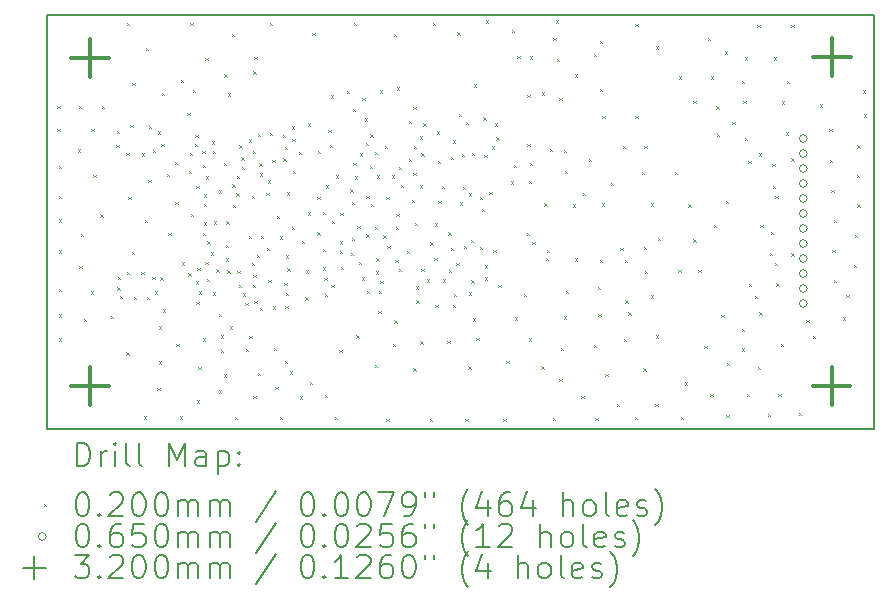
<source format=gbr>
%TF.GenerationSoftware,KiCad,Pcbnew,8.0.1*%
%TF.CreationDate,2024-09-25T01:00:24+02:00*%
%TF.ProjectId,speckle_amp_pcb_rev1,73706563-6b6c-4655-9f61-6d705f706362,rev?*%
%TF.SameCoordinates,Original*%
%TF.FileFunction,Drillmap*%
%TF.FilePolarity,Positive*%
%FSLAX45Y45*%
G04 Gerber Fmt 4.5, Leading zero omitted, Abs format (unit mm)*
G04 Created by KiCad (PCBNEW 8.0.1) date 2024-09-25 01:00:24*
%MOMM*%
%LPD*%
G01*
G04 APERTURE LIST*
%ADD10C,0.200000*%
%ADD11C,0.100000*%
%ADD12C,0.320000*%
G04 APERTURE END LIST*
D10*
X14635000Y-8760000D02*
X21635000Y-8760000D01*
X21635000Y-12260000D01*
X14635000Y-12260000D01*
X14635000Y-8760000D01*
D11*
X14720000Y-9527500D02*
X14740000Y-9547500D01*
X14740000Y-9527500D02*
X14720000Y-9547500D01*
X14720000Y-9725000D02*
X14740000Y-9745000D01*
X14740000Y-9725000D02*
X14720000Y-9745000D01*
X14730000Y-11292500D02*
X14750000Y-11312500D01*
X14750000Y-11292500D02*
X14730000Y-11312500D01*
X14730000Y-11497500D02*
X14750000Y-11517500D01*
X14750000Y-11497500D02*
X14730000Y-11517500D01*
X14732500Y-10035000D02*
X14752500Y-10055000D01*
X14752500Y-10035000D02*
X14732500Y-10055000D01*
X14732500Y-10287500D02*
X14752500Y-10307500D01*
X14752500Y-10287500D02*
X14732500Y-10307500D01*
X14732500Y-10490000D02*
X14752500Y-10510000D01*
X14752500Y-10490000D02*
X14732500Y-10510000D01*
X14732500Y-10750000D02*
X14752500Y-10770000D01*
X14752500Y-10750000D02*
X14732500Y-10770000D01*
X14732500Y-11075000D02*
X14752500Y-11095000D01*
X14752500Y-11075000D02*
X14732500Y-11095000D01*
X14892500Y-9897500D02*
X14912500Y-9917500D01*
X14912500Y-9897500D02*
X14892500Y-9917500D01*
X14900000Y-9530000D02*
X14920000Y-9550000D01*
X14920000Y-9530000D02*
X14900000Y-9550000D01*
X14905000Y-10880000D02*
X14925000Y-10900000D01*
X14925000Y-10880000D02*
X14905000Y-10900000D01*
X14920000Y-10610000D02*
X14940000Y-10630000D01*
X14940000Y-10610000D02*
X14920000Y-10630000D01*
X14945000Y-11332500D02*
X14965000Y-11352500D01*
X14965000Y-11332500D02*
X14945000Y-11352500D01*
X15005000Y-11097500D02*
X15025000Y-11117500D01*
X15025000Y-11097500D02*
X15005000Y-11117500D01*
X15007500Y-9720000D02*
X15027500Y-9740000D01*
X15027500Y-9720000D02*
X15007500Y-9740000D01*
X15025000Y-10112500D02*
X15045000Y-10132500D01*
X15045000Y-10112500D02*
X15025000Y-10132500D01*
X15082500Y-10447500D02*
X15102500Y-10467500D01*
X15102500Y-10447500D02*
X15082500Y-10467500D01*
X15097500Y-9530000D02*
X15117500Y-9550000D01*
X15117500Y-9530000D02*
X15097500Y-9550000D01*
X15175000Y-11305000D02*
X15195000Y-11325000D01*
X15195000Y-11305000D02*
X15175000Y-11325000D01*
X15220000Y-9857500D02*
X15240000Y-9877500D01*
X15240000Y-9857500D02*
X15220000Y-9877500D01*
X15225000Y-9740000D02*
X15245000Y-9760000D01*
X15245000Y-9740000D02*
X15225000Y-9760000D01*
X15229000Y-11066000D02*
X15249000Y-11086000D01*
X15249000Y-11066000D02*
X15229000Y-11086000D01*
X15231000Y-10976000D02*
X15251000Y-10996000D01*
X15251000Y-10976000D02*
X15231000Y-10996000D01*
X15250000Y-11138000D02*
X15270000Y-11158000D01*
X15270000Y-11138000D02*
X15250000Y-11158000D01*
X15305000Y-9927500D02*
X15325000Y-9947500D01*
X15325000Y-9927500D02*
X15305000Y-9947500D01*
X15305000Y-11615000D02*
X15325000Y-11635000D01*
X15325000Y-11615000D02*
X15305000Y-11635000D01*
X15307500Y-8825000D02*
X15327500Y-8845000D01*
X15327500Y-8825000D02*
X15307500Y-8845000D01*
X15309000Y-10933000D02*
X15329000Y-10953000D01*
X15329000Y-10933000D02*
X15309000Y-10953000D01*
X15320000Y-10297500D02*
X15340000Y-10317500D01*
X15340000Y-10297500D02*
X15320000Y-10317500D01*
X15337500Y-9687500D02*
X15357500Y-9707500D01*
X15357500Y-9687500D02*
X15337500Y-9707500D01*
X15352500Y-10762500D02*
X15372500Y-10782500D01*
X15372500Y-10762500D02*
X15352500Y-10782500D01*
X15355000Y-9332500D02*
X15375000Y-9352500D01*
X15375000Y-9332500D02*
X15355000Y-9352500D01*
X15369000Y-11143000D02*
X15389000Y-11163000D01*
X15389000Y-11143000D02*
X15369000Y-11163000D01*
X15430000Y-10933000D02*
X15450000Y-10953000D01*
X15450000Y-10933000D02*
X15430000Y-10953000D01*
X15437500Y-9930000D02*
X15457500Y-9950000D01*
X15457500Y-9930000D02*
X15437500Y-9950000D01*
X15450000Y-12157500D02*
X15470000Y-12177500D01*
X15470000Y-12157500D02*
X15450000Y-12177500D01*
X15462500Y-10492500D02*
X15482500Y-10512500D01*
X15482500Y-10492500D02*
X15462500Y-10512500D01*
X15467500Y-9037500D02*
X15487500Y-9057500D01*
X15487500Y-9037500D02*
X15467500Y-9057500D01*
X15476000Y-11146000D02*
X15496000Y-11166000D01*
X15496000Y-11146000D02*
X15476000Y-11166000D01*
X15490000Y-10152500D02*
X15510000Y-10172500D01*
X15510000Y-10152500D02*
X15490000Y-10172500D01*
X15492500Y-9695000D02*
X15512500Y-9715000D01*
X15512500Y-9695000D02*
X15492500Y-9715000D01*
X15523000Y-10975000D02*
X15543000Y-10995000D01*
X15543000Y-10975000D02*
X15523000Y-10995000D01*
X15530000Y-9902500D02*
X15550000Y-9922500D01*
X15550000Y-9902500D02*
X15530000Y-9922500D01*
X15544000Y-11098000D02*
X15564000Y-11118000D01*
X15564000Y-11098000D02*
X15544000Y-11118000D01*
X15567500Y-11915000D02*
X15587500Y-11935000D01*
X15587500Y-11915000D02*
X15567500Y-11935000D01*
X15573000Y-9745000D02*
X15593000Y-9765000D01*
X15593000Y-9745000D02*
X15573000Y-9765000D01*
X15580000Y-11395000D02*
X15600000Y-11415000D01*
X15600000Y-11395000D02*
X15580000Y-11415000D01*
X15580000Y-11692500D02*
X15600000Y-11712500D01*
X15600000Y-11692500D02*
X15580000Y-11712500D01*
X15593000Y-10981000D02*
X15613000Y-11001000D01*
X15613000Y-10981000D02*
X15593000Y-11001000D01*
X15600000Y-9849000D02*
X15620000Y-9869000D01*
X15620000Y-9849000D02*
X15600000Y-9869000D01*
X15602500Y-9420000D02*
X15622500Y-9440000D01*
X15622500Y-9420000D02*
X15602500Y-9440000D01*
X15615000Y-11250000D02*
X15635000Y-11270000D01*
X15635000Y-11250000D02*
X15615000Y-11270000D01*
X15647500Y-10105000D02*
X15667500Y-10125000D01*
X15667500Y-10105000D02*
X15647500Y-10125000D01*
X15660000Y-10605000D02*
X15680000Y-10625000D01*
X15680000Y-10605000D02*
X15660000Y-10625000D01*
X15715000Y-10000000D02*
X15735000Y-10020000D01*
X15735000Y-10000000D02*
X15715000Y-10020000D01*
X15720000Y-10342500D02*
X15740000Y-10362500D01*
X15740000Y-10342500D02*
X15720000Y-10362500D01*
X15727500Y-11542500D02*
X15747500Y-11562500D01*
X15747500Y-11542500D02*
X15727500Y-11562500D01*
X15755000Y-12157500D02*
X15775000Y-12177500D01*
X15775000Y-12157500D02*
X15755000Y-12177500D01*
X15762500Y-9310000D02*
X15782500Y-9330000D01*
X15782500Y-9310000D02*
X15762500Y-9330000D01*
X15772500Y-10852500D02*
X15792500Y-10872500D01*
X15792500Y-10852500D02*
X15772500Y-10872500D01*
X15820000Y-9587500D02*
X15840000Y-9607500D01*
X15840000Y-9587500D02*
X15820000Y-9607500D01*
X15830000Y-10945000D02*
X15850000Y-10965000D01*
X15850000Y-10945000D02*
X15830000Y-10965000D01*
X15832500Y-10077500D02*
X15852500Y-10097500D01*
X15852500Y-10077500D02*
X15832500Y-10097500D01*
X15840000Y-9927500D02*
X15860000Y-9947500D01*
X15860000Y-9927500D02*
X15840000Y-9947500D01*
X15845000Y-8825000D02*
X15865000Y-8845000D01*
X15865000Y-8825000D02*
X15845000Y-8845000D01*
X15850000Y-10445000D02*
X15870000Y-10465000D01*
X15870000Y-10445000D02*
X15850000Y-10465000D01*
X15865000Y-9395000D02*
X15885000Y-9415000D01*
X15885000Y-9395000D02*
X15865000Y-9415000D01*
X15886000Y-9847000D02*
X15906000Y-9867000D01*
X15906000Y-9847000D02*
X15886000Y-9867000D01*
X15887500Y-9775000D02*
X15907500Y-9795000D01*
X15907500Y-9775000D02*
X15887500Y-9795000D01*
X15890000Y-11015000D02*
X15910000Y-11035000D01*
X15910000Y-11015000D02*
X15890000Y-11035000D01*
X15897500Y-10207500D02*
X15917500Y-10227500D01*
X15917500Y-10207500D02*
X15897500Y-10227500D01*
X15897500Y-11187500D02*
X15917500Y-11207500D01*
X15917500Y-11187500D02*
X15897500Y-11207500D01*
X15902500Y-12020000D02*
X15922500Y-12040000D01*
X15922500Y-12020000D02*
X15902500Y-12040000D01*
X15905000Y-10900000D02*
X15925000Y-10920000D01*
X15925000Y-10900000D02*
X15905000Y-10920000D01*
X15913000Y-11736000D02*
X15933000Y-11756000D01*
X15933000Y-11736000D02*
X15913000Y-11756000D01*
X15916000Y-11098000D02*
X15936000Y-11118000D01*
X15936000Y-11098000D02*
X15916000Y-11118000D01*
X15947500Y-9907500D02*
X15967500Y-9927500D01*
X15967500Y-9907500D02*
X15947500Y-9927500D01*
X15950000Y-11497500D02*
X15970000Y-11517500D01*
X15970000Y-11497500D02*
X15950000Y-11517500D01*
X15951000Y-10605000D02*
X15971000Y-10625000D01*
X15971000Y-10605000D02*
X15951000Y-10625000D01*
X15952500Y-10030000D02*
X15972500Y-10050000D01*
X15972500Y-10030000D02*
X15952500Y-10050000D01*
X15957500Y-10357500D02*
X15977500Y-10377500D01*
X15977500Y-10357500D02*
X15957500Y-10377500D01*
X15960000Y-10277500D02*
X15980000Y-10297500D01*
X15980000Y-10277500D02*
X15960000Y-10297500D01*
X15962000Y-10513000D02*
X15982000Y-10533000D01*
X15982000Y-10513000D02*
X15962000Y-10533000D01*
X15972500Y-9120000D02*
X15992500Y-9140000D01*
X15992500Y-9120000D02*
X15972500Y-9140000D01*
X15974000Y-10851000D02*
X15994000Y-10871000D01*
X15994000Y-10851000D02*
X15974000Y-10871000D01*
X15975000Y-10125000D02*
X15995000Y-10145000D01*
X15995000Y-10125000D02*
X15975000Y-10145000D01*
X15983000Y-10990000D02*
X16003000Y-11010000D01*
X16003000Y-10990000D02*
X15983000Y-11010000D01*
X15988000Y-10675000D02*
X16008000Y-10695000D01*
X16008000Y-10675000D02*
X15988000Y-10695000D01*
X16019000Y-10768000D02*
X16039000Y-10788000D01*
X16039000Y-10768000D02*
X16019000Y-10788000D01*
X16025000Y-9827500D02*
X16045000Y-9847500D01*
X16045000Y-9827500D02*
X16025000Y-9847500D01*
X16035000Y-9910000D02*
X16055000Y-9930000D01*
X16055000Y-9910000D02*
X16035000Y-9930000D01*
X16038000Y-11108000D02*
X16058000Y-11128000D01*
X16058000Y-11108000D02*
X16038000Y-11128000D01*
X16047000Y-10505000D02*
X16067000Y-10525000D01*
X16067000Y-10505000D02*
X16047000Y-10525000D01*
X16067000Y-10912000D02*
X16087000Y-10932000D01*
X16087000Y-10912000D02*
X16067000Y-10932000D01*
X16085000Y-11937500D02*
X16105000Y-11957500D01*
X16105000Y-11937500D02*
X16085000Y-11957500D01*
X16087000Y-10242000D02*
X16107000Y-10262000D01*
X16107000Y-10242000D02*
X16087000Y-10262000D01*
X16087500Y-11287500D02*
X16107500Y-11307500D01*
X16107500Y-11287500D02*
X16087500Y-11307500D01*
X16102500Y-11472500D02*
X16122500Y-11492500D01*
X16122500Y-11472500D02*
X16102500Y-11492500D01*
X16103000Y-11592000D02*
X16123000Y-11612000D01*
X16123000Y-11592000D02*
X16103000Y-11612000D01*
X16127500Y-10010000D02*
X16147500Y-10030000D01*
X16147500Y-10010000D02*
X16127500Y-10030000D01*
X16127500Y-11802500D02*
X16147500Y-11822500D01*
X16147500Y-11802500D02*
X16127500Y-11822500D01*
X16132500Y-9260000D02*
X16152500Y-9280000D01*
X16152500Y-9260000D02*
X16132500Y-9280000D01*
X16145000Y-10705000D02*
X16165000Y-10725000D01*
X16165000Y-10705000D02*
X16145000Y-10725000D01*
X16145000Y-10820000D02*
X16165000Y-10840000D01*
X16165000Y-10820000D02*
X16145000Y-10840000D01*
X16150000Y-10505000D02*
X16170000Y-10525000D01*
X16170000Y-10505000D02*
X16150000Y-10525000D01*
X16160000Y-10920000D02*
X16180000Y-10940000D01*
X16180000Y-10920000D02*
X16160000Y-10940000D01*
X16165000Y-9422500D02*
X16185000Y-9442500D01*
X16185000Y-9422500D02*
X16165000Y-9442500D01*
X16180000Y-11395000D02*
X16200000Y-11415000D01*
X16200000Y-11395000D02*
X16180000Y-11415000D01*
X16195000Y-8917500D02*
X16215000Y-8937500D01*
X16215000Y-8917500D02*
X16195000Y-8937500D01*
X16202500Y-10192500D02*
X16222500Y-10212500D01*
X16222500Y-10192500D02*
X16202500Y-10212500D01*
X16207500Y-10365000D02*
X16227500Y-10385000D01*
X16227500Y-10365000D02*
X16207500Y-10385000D01*
X16225000Y-12162500D02*
X16245000Y-12182500D01*
X16245000Y-12162500D02*
X16225000Y-12182500D01*
X16235000Y-10267500D02*
X16255000Y-10287500D01*
X16255000Y-10267500D02*
X16235000Y-10287500D01*
X16237500Y-10120000D02*
X16257500Y-10140000D01*
X16257500Y-10120000D02*
X16237500Y-10140000D01*
X16244000Y-10923000D02*
X16264000Y-10943000D01*
X16264000Y-10923000D02*
X16244000Y-10943000D01*
X16257000Y-11046000D02*
X16277000Y-11066000D01*
X16277000Y-11046000D02*
X16257000Y-11066000D01*
X16260000Y-9863280D02*
X16280000Y-9883280D01*
X16280000Y-9863280D02*
X16260000Y-9883280D01*
X16277500Y-9965000D02*
X16297500Y-9985000D01*
X16297500Y-9965000D02*
X16277500Y-9985000D01*
X16280000Y-10045000D02*
X16300000Y-10065000D01*
X16300000Y-10045000D02*
X16280000Y-10065000D01*
X16290000Y-11115000D02*
X16310000Y-11135000D01*
X16310000Y-11115000D02*
X16290000Y-11135000D01*
X16311000Y-11197000D02*
X16331000Y-11217000D01*
X16331000Y-11197000D02*
X16311000Y-11217000D01*
X16317000Y-11585000D02*
X16337000Y-11605000D01*
X16337000Y-11585000D02*
X16317000Y-11605000D01*
X16340000Y-10629000D02*
X16360000Y-10649000D01*
X16360000Y-10629000D02*
X16340000Y-10649000D01*
X16342500Y-9812500D02*
X16362500Y-9832500D01*
X16362500Y-9812500D02*
X16342500Y-9832500D01*
X16345000Y-11477500D02*
X16365000Y-11497500D01*
X16365000Y-11477500D02*
X16345000Y-11497500D01*
X16367500Y-10287500D02*
X16387500Y-10307500D01*
X16387500Y-10287500D02*
X16367500Y-10307500D01*
X16368000Y-10859000D02*
X16388000Y-10879000D01*
X16388000Y-10859000D02*
X16368000Y-10879000D01*
X16376000Y-11046000D02*
X16396000Y-11066000D01*
X16396000Y-11046000D02*
X16376000Y-11066000D01*
X16377000Y-9909000D02*
X16397000Y-9929000D01*
X16397000Y-9909000D02*
X16377000Y-9929000D01*
X16377500Y-11982500D02*
X16397500Y-12002500D01*
X16397500Y-11982500D02*
X16377500Y-12002500D01*
X16380000Y-9235000D02*
X16400000Y-9255000D01*
X16400000Y-9235000D02*
X16380000Y-9255000D01*
X16380000Y-10957000D02*
X16400000Y-10977000D01*
X16400000Y-10957000D02*
X16380000Y-10977000D01*
X16386000Y-11177000D02*
X16406000Y-11197000D01*
X16406000Y-11177000D02*
X16386000Y-11197000D01*
X16387500Y-9112500D02*
X16407500Y-9132500D01*
X16407500Y-9112500D02*
X16387500Y-9132500D01*
X16407000Y-10791000D02*
X16427000Y-10811000D01*
X16427000Y-10791000D02*
X16407000Y-10811000D01*
X16415000Y-9762500D02*
X16435000Y-9782500D01*
X16435000Y-9762500D02*
X16415000Y-9782500D01*
X16415000Y-11790000D02*
X16435000Y-11810000D01*
X16435000Y-11790000D02*
X16415000Y-11810000D01*
X16430000Y-10015000D02*
X16450000Y-10035000D01*
X16450000Y-10015000D02*
X16430000Y-10035000D01*
X16435000Y-10100000D02*
X16455000Y-10120000D01*
X16455000Y-10100000D02*
X16435000Y-10120000D01*
X16436000Y-11238000D02*
X16456000Y-11258000D01*
X16456000Y-11238000D02*
X16436000Y-11258000D01*
X16443000Y-10631000D02*
X16463000Y-10651000D01*
X16463000Y-10631000D02*
X16443000Y-10651000D01*
X16490000Y-10265000D02*
X16510000Y-10285000D01*
X16510000Y-10265000D02*
X16490000Y-10285000D01*
X16492000Y-10729000D02*
X16512000Y-10749000D01*
X16512000Y-10729000D02*
X16492000Y-10749000D01*
X16502500Y-10160000D02*
X16522500Y-10180000D01*
X16522500Y-10160000D02*
X16502500Y-10180000D01*
X16505000Y-10999000D02*
X16525000Y-11019000D01*
X16525000Y-10999000D02*
X16505000Y-11019000D01*
X16520000Y-8825000D02*
X16540000Y-8845000D01*
X16540000Y-8825000D02*
X16520000Y-8845000D01*
X16520000Y-9755000D02*
X16540000Y-9775000D01*
X16540000Y-9755000D02*
X16520000Y-9775000D01*
X16540000Y-9982500D02*
X16560000Y-10002500D01*
X16560000Y-9982500D02*
X16540000Y-10002500D01*
X16543000Y-11225000D02*
X16563000Y-11245000D01*
X16563000Y-11225000D02*
X16543000Y-11245000D01*
X16552500Y-11575000D02*
X16572500Y-11595000D01*
X16572500Y-11575000D02*
X16552500Y-11595000D01*
X16565000Y-11907500D02*
X16585000Y-11927500D01*
X16585000Y-11907500D02*
X16565000Y-11927500D01*
X16578000Y-10457000D02*
X16598000Y-10477000D01*
X16598000Y-10457000D02*
X16578000Y-10477000D01*
X16602500Y-10632500D02*
X16622500Y-10652500D01*
X16622500Y-10632500D02*
X16602500Y-10652500D01*
X16602500Y-12162500D02*
X16622500Y-12182500D01*
X16622500Y-12162500D02*
X16602500Y-12182500D01*
X16630000Y-9772500D02*
X16650000Y-9792500D01*
X16650000Y-9772500D02*
X16630000Y-9792500D01*
X16632500Y-9972500D02*
X16652500Y-9992500D01*
X16652500Y-9972500D02*
X16632500Y-9992500D01*
X16641000Y-11027000D02*
X16661000Y-11047000D01*
X16661000Y-11027000D02*
X16641000Y-11047000D01*
X16645000Y-11687500D02*
X16665000Y-11707500D01*
X16665000Y-11687500D02*
X16645000Y-11707500D01*
X16647500Y-9877500D02*
X16667500Y-9897500D01*
X16667500Y-9877500D02*
X16647500Y-9897500D01*
X16651000Y-11222000D02*
X16671000Y-11242000D01*
X16671000Y-11222000D02*
X16651000Y-11242000D01*
X16653000Y-11112000D02*
X16673000Y-11132000D01*
X16673000Y-11112000D02*
X16653000Y-11132000D01*
X16655000Y-10792500D02*
X16675000Y-10812500D01*
X16675000Y-10792500D02*
X16655000Y-10812500D01*
X16665000Y-10260000D02*
X16685000Y-10280000D01*
X16685000Y-10260000D02*
X16665000Y-10280000D01*
X16667500Y-10902500D02*
X16687500Y-10922500D01*
X16687500Y-10902500D02*
X16667500Y-10922500D01*
X16687500Y-11775000D02*
X16707500Y-11795000D01*
X16707500Y-11775000D02*
X16687500Y-11795000D01*
X16705000Y-9700000D02*
X16725000Y-9720000D01*
X16725000Y-9700000D02*
X16705000Y-9720000D01*
X16707500Y-10550000D02*
X16727500Y-10570000D01*
X16727500Y-10550000D02*
X16707500Y-10570000D01*
X16710000Y-9810000D02*
X16730000Y-9830000D01*
X16730000Y-9810000D02*
X16710000Y-9830000D01*
X16715000Y-10077500D02*
X16735000Y-10097500D01*
X16735000Y-10077500D02*
X16715000Y-10097500D01*
X16765000Y-9920000D02*
X16785000Y-9940000D01*
X16785000Y-9920000D02*
X16765000Y-9940000D01*
X16770000Y-11987500D02*
X16790000Y-12007500D01*
X16790000Y-11987500D02*
X16770000Y-12007500D01*
X16790000Y-10670000D02*
X16810000Y-10690000D01*
X16810000Y-10670000D02*
X16790000Y-10690000D01*
X16820000Y-11150000D02*
X16840000Y-11170000D01*
X16840000Y-11150000D02*
X16820000Y-11170000D01*
X16825000Y-10920000D02*
X16845000Y-10940000D01*
X16845000Y-10920000D02*
X16825000Y-10940000D01*
X16840000Y-9675000D02*
X16860000Y-9695000D01*
X16860000Y-9675000D02*
X16840000Y-9695000D01*
X16840000Y-10430000D02*
X16860000Y-10450000D01*
X16860000Y-10430000D02*
X16840000Y-10450000D01*
X16855000Y-11865000D02*
X16875000Y-11885000D01*
X16875000Y-11865000D02*
X16855000Y-11885000D01*
X16877500Y-8912500D02*
X16897500Y-8932500D01*
X16897500Y-8912500D02*
X16877500Y-8932500D01*
X16920000Y-10300000D02*
X16940000Y-10320000D01*
X16940000Y-10300000D02*
X16920000Y-10320000D01*
X16920000Y-10600000D02*
X16940000Y-10620000D01*
X16940000Y-10600000D02*
X16920000Y-10620000D01*
X16925000Y-9910000D02*
X16945000Y-9930000D01*
X16945000Y-9910000D02*
X16925000Y-9930000D01*
X16965000Y-10740000D02*
X16985000Y-10760000D01*
X16985000Y-10740000D02*
X16965000Y-10760000D01*
X16965000Y-10895000D02*
X16985000Y-10915000D01*
X16985000Y-10895000D02*
X16965000Y-10915000D01*
X16970000Y-10425000D02*
X16990000Y-10445000D01*
X16990000Y-10425000D02*
X16970000Y-10445000D01*
X16980000Y-10985000D02*
X17000000Y-11005000D01*
X17000000Y-10985000D02*
X16980000Y-11005000D01*
X16982500Y-11972500D02*
X17002500Y-11992500D01*
X17002500Y-11972500D02*
X16982500Y-11992500D01*
X16985000Y-11120000D02*
X17005000Y-11140000D01*
X17005000Y-11120000D02*
X16985000Y-11140000D01*
X16995000Y-10200000D02*
X17015000Y-10220000D01*
X17015000Y-10200000D02*
X16995000Y-10220000D01*
X17015000Y-9730000D02*
X17035000Y-9750000D01*
X17035000Y-9730000D02*
X17015000Y-9750000D01*
X17025000Y-9860000D02*
X17045000Y-9880000D01*
X17045000Y-9860000D02*
X17025000Y-9880000D01*
X17037500Y-9440000D02*
X17057500Y-9460000D01*
X17057500Y-9440000D02*
X17037500Y-9460000D01*
X17040000Y-11045000D02*
X17060000Y-11065000D01*
X17060000Y-11045000D02*
X17040000Y-11065000D01*
X17045000Y-10500000D02*
X17065000Y-10520000D01*
X17065000Y-10500000D02*
X17045000Y-10520000D01*
X17067500Y-12162500D02*
X17087500Y-12182500D01*
X17087500Y-12162500D02*
X17067500Y-12182500D01*
X17080000Y-10115000D02*
X17100000Y-10135000D01*
X17100000Y-10115000D02*
X17080000Y-10135000D01*
X17107500Y-11595000D02*
X17127500Y-11615000D01*
X17127500Y-11595000D02*
X17107500Y-11615000D01*
X17110000Y-10675000D02*
X17130000Y-10695000D01*
X17130000Y-10675000D02*
X17110000Y-10695000D01*
X17110000Y-10755000D02*
X17130000Y-10775000D01*
X17130000Y-10755000D02*
X17110000Y-10775000D01*
X17115000Y-10435000D02*
X17135000Y-10455000D01*
X17135000Y-10435000D02*
X17115000Y-10455000D01*
X17120000Y-10890000D02*
X17140000Y-10910000D01*
X17140000Y-10890000D02*
X17120000Y-10910000D01*
X17172500Y-9400000D02*
X17192500Y-9420000D01*
X17192500Y-9400000D02*
X17172500Y-9420000D01*
X17200000Y-10235000D02*
X17220000Y-10255000D01*
X17220000Y-10235000D02*
X17200000Y-10255000D01*
X17205000Y-10770000D02*
X17225000Y-10790000D01*
X17225000Y-10770000D02*
X17205000Y-10790000D01*
X17215000Y-10340000D02*
X17235000Y-10360000D01*
X17235000Y-10340000D02*
X17215000Y-10360000D01*
X17215000Y-10645000D02*
X17235000Y-10665000D01*
X17235000Y-10645000D02*
X17215000Y-10665000D01*
X17220000Y-9552500D02*
X17240000Y-9572500D01*
X17240000Y-9552500D02*
X17220000Y-9572500D01*
X17225000Y-10010000D02*
X17245000Y-10030000D01*
X17245000Y-10010000D02*
X17225000Y-10030000D01*
X17230000Y-8825000D02*
X17250000Y-8845000D01*
X17250000Y-8825000D02*
X17230000Y-8845000D01*
X17240000Y-10125000D02*
X17260000Y-10145000D01*
X17260000Y-10125000D02*
X17240000Y-10145000D01*
X17252500Y-11472500D02*
X17272500Y-11492500D01*
X17272500Y-11472500D02*
X17252500Y-11492500D01*
X17260000Y-10545000D02*
X17280000Y-10565000D01*
X17280000Y-10545000D02*
X17260000Y-10565000D01*
X17270000Y-10850000D02*
X17290000Y-10870000D01*
X17290000Y-10850000D02*
X17270000Y-10870000D01*
X17280000Y-9930000D02*
X17300000Y-9950000D01*
X17300000Y-9930000D02*
X17280000Y-9950000D01*
X17295000Y-10980000D02*
X17315000Y-11000000D01*
X17315000Y-10980000D02*
X17295000Y-11000000D01*
X17302500Y-9462500D02*
X17322500Y-9482500D01*
X17322500Y-9462500D02*
X17302500Y-9482500D01*
X17322500Y-9632500D02*
X17342500Y-9652500D01*
X17342500Y-9632500D02*
X17322500Y-9652500D01*
X17329000Y-9840000D02*
X17349000Y-9860000D01*
X17349000Y-9840000D02*
X17329000Y-9860000D01*
X17335000Y-10290000D02*
X17355000Y-10310000D01*
X17355000Y-10290000D02*
X17335000Y-10310000D01*
X17335000Y-10615000D02*
X17355000Y-10635000D01*
X17355000Y-10615000D02*
X17335000Y-10635000D01*
X17340000Y-11092500D02*
X17360000Y-11112500D01*
X17360000Y-11092500D02*
X17340000Y-11112500D01*
X17365000Y-10035000D02*
X17385000Y-10055000D01*
X17385000Y-10035000D02*
X17365000Y-10055000D01*
X17370000Y-9770000D02*
X17390000Y-9790000D01*
X17390000Y-9770000D02*
X17370000Y-9790000D01*
X17375000Y-10360000D02*
X17395000Y-10380000D01*
X17395000Y-10360000D02*
X17375000Y-10380000D01*
X17410000Y-9920000D02*
X17430000Y-9940000D01*
X17430000Y-9920000D02*
X17410000Y-9940000D01*
X17410000Y-10555000D02*
X17430000Y-10575000D01*
X17430000Y-10555000D02*
X17410000Y-10575000D01*
X17410000Y-11722500D02*
X17430000Y-11742500D01*
X17430000Y-11722500D02*
X17410000Y-11742500D01*
X17415000Y-10930000D02*
X17435000Y-10950000D01*
X17435000Y-10930000D02*
X17415000Y-10950000D01*
X17420000Y-10820000D02*
X17440000Y-10840000D01*
X17440000Y-10820000D02*
X17420000Y-10840000D01*
X17425000Y-10115000D02*
X17445000Y-10135000D01*
X17445000Y-10115000D02*
X17425000Y-10135000D01*
X17437500Y-11262500D02*
X17457500Y-11282500D01*
X17457500Y-11262500D02*
X17437500Y-11282500D01*
X17440000Y-11095000D02*
X17460000Y-11115000D01*
X17460000Y-11095000D02*
X17440000Y-11115000D01*
X17450000Y-9397500D02*
X17470000Y-9417500D01*
X17470000Y-9397500D02*
X17450000Y-9417500D01*
X17455000Y-11010000D02*
X17475000Y-11030000D01*
X17475000Y-11010000D02*
X17455000Y-11030000D01*
X17480000Y-10625000D02*
X17500000Y-10645000D01*
X17500000Y-10625000D02*
X17480000Y-10645000D01*
X17495000Y-9865000D02*
X17515000Y-9885000D01*
X17515000Y-9865000D02*
X17495000Y-9885000D01*
X17505000Y-10297500D02*
X17525000Y-10317500D01*
X17525000Y-10297500D02*
X17505000Y-10317500D01*
X17505000Y-12177500D02*
X17525000Y-12197500D01*
X17525000Y-12177500D02*
X17505000Y-12197500D01*
X17515000Y-10715000D02*
X17535000Y-10735000D01*
X17535000Y-10715000D02*
X17515000Y-10735000D01*
X17550000Y-10115000D02*
X17570000Y-10135000D01*
X17570000Y-10115000D02*
X17550000Y-10135000D01*
X17557500Y-11545000D02*
X17577500Y-11565000D01*
X17577500Y-11545000D02*
X17557500Y-11565000D01*
X17567500Y-8917500D02*
X17587500Y-8937500D01*
X17587500Y-8917500D02*
X17567500Y-8937500D01*
X17572500Y-11345000D02*
X17592500Y-11365000D01*
X17592500Y-11345000D02*
X17572500Y-11365000D01*
X17582500Y-10832500D02*
X17602500Y-10852500D01*
X17602500Y-10832500D02*
X17582500Y-10852500D01*
X17587500Y-10552500D02*
X17607500Y-10572500D01*
X17607500Y-10552500D02*
X17587500Y-10572500D01*
X17590000Y-10440000D02*
X17610000Y-10460000D01*
X17610000Y-10440000D02*
X17590000Y-10460000D01*
X17593000Y-9371000D02*
X17613000Y-9391000D01*
X17613000Y-9371000D02*
X17593000Y-9391000D01*
X17610000Y-10045000D02*
X17630000Y-10065000D01*
X17630000Y-10045000D02*
X17610000Y-10065000D01*
X17610000Y-10910000D02*
X17630000Y-10930000D01*
X17630000Y-10910000D02*
X17610000Y-10930000D01*
X17630000Y-10195000D02*
X17650000Y-10215000D01*
X17650000Y-10195000D02*
X17630000Y-10215000D01*
X17677500Y-10755000D02*
X17697500Y-10775000D01*
X17697500Y-10755000D02*
X17677500Y-10775000D01*
X17695000Y-9975000D02*
X17715000Y-9995000D01*
X17715000Y-9975000D02*
X17695000Y-9995000D01*
X17697500Y-9655000D02*
X17717500Y-9675000D01*
X17717500Y-9655000D02*
X17697500Y-9675000D01*
X17720000Y-10325000D02*
X17740000Y-10345000D01*
X17740000Y-10325000D02*
X17720000Y-10345000D01*
X17733000Y-9535000D02*
X17753000Y-9555000D01*
X17753000Y-9535000D02*
X17733000Y-9555000D01*
X17735000Y-10095000D02*
X17755000Y-10115000D01*
X17755000Y-10095000D02*
X17735000Y-10115000D01*
X17735000Y-11750000D02*
X17755000Y-11770000D01*
X17755000Y-11750000D02*
X17735000Y-11770000D01*
X17740000Y-9865000D02*
X17760000Y-9885000D01*
X17760000Y-9865000D02*
X17740000Y-9885000D01*
X17747500Y-10517500D02*
X17767500Y-10537500D01*
X17767500Y-10517500D02*
X17747500Y-10537500D01*
X17755000Y-11055000D02*
X17775000Y-11075000D01*
X17775000Y-11055000D02*
X17755000Y-11075000D01*
X17760000Y-11175000D02*
X17780000Y-11195000D01*
X17780000Y-11175000D02*
X17760000Y-11195000D01*
X17790000Y-9785000D02*
X17810000Y-9805000D01*
X17810000Y-9785000D02*
X17790000Y-9805000D01*
X17790000Y-10200000D02*
X17810000Y-10220000D01*
X17810000Y-10200000D02*
X17790000Y-10220000D01*
X17792500Y-11522500D02*
X17812500Y-11542500D01*
X17812500Y-11522500D02*
X17792500Y-11542500D01*
X17800000Y-9930000D02*
X17820000Y-9950000D01*
X17820000Y-9930000D02*
X17800000Y-9950000D01*
X17802500Y-10907500D02*
X17822500Y-10927500D01*
X17822500Y-10907500D02*
X17802500Y-10927500D01*
X17817500Y-9675000D02*
X17837500Y-9695000D01*
X17837500Y-9675000D02*
X17817500Y-9695000D01*
X17850000Y-10997500D02*
X17870000Y-11017500D01*
X17870000Y-10997500D02*
X17850000Y-11017500D01*
X17875000Y-12177500D02*
X17895000Y-12197500D01*
X17895000Y-12177500D02*
X17875000Y-12197500D01*
X17877500Y-10685000D02*
X17897500Y-10705000D01*
X17897500Y-10685000D02*
X17877500Y-10705000D01*
X17897500Y-8825000D02*
X17917500Y-8845000D01*
X17917500Y-8825000D02*
X17897500Y-8845000D01*
X17912500Y-10812500D02*
X17932500Y-10832500D01*
X17932500Y-10812500D02*
X17912500Y-10832500D01*
X17917500Y-10522500D02*
X17937500Y-10542500D01*
X17937500Y-10522500D02*
X17917500Y-10542500D01*
X17920000Y-11215000D02*
X17940000Y-11235000D01*
X17940000Y-11215000D02*
X17920000Y-11235000D01*
X17935000Y-9745000D02*
X17955000Y-9765000D01*
X17955000Y-9745000D02*
X17935000Y-9765000D01*
X17940000Y-9995000D02*
X17960000Y-10015000D01*
X17960000Y-9995000D02*
X17940000Y-10015000D01*
X17945000Y-10330000D02*
X17965000Y-10350000D01*
X17965000Y-10330000D02*
X17945000Y-10350000D01*
X17975000Y-10205000D02*
X17995000Y-10225000D01*
X17995000Y-10205000D02*
X17975000Y-10225000D01*
X17982500Y-10997500D02*
X18002500Y-11017500D01*
X18002500Y-10997500D02*
X17982500Y-11017500D01*
X18020000Y-11515000D02*
X18040000Y-11535000D01*
X18040000Y-11515000D02*
X18020000Y-11535000D01*
X18030000Y-10600000D02*
X18050000Y-10620000D01*
X18050000Y-10600000D02*
X18030000Y-10620000D01*
X18032500Y-10915000D02*
X18052500Y-10935000D01*
X18052500Y-10915000D02*
X18032500Y-10935000D01*
X18050000Y-9960000D02*
X18070000Y-9980000D01*
X18070000Y-9960000D02*
X18050000Y-9980000D01*
X18052500Y-10727500D02*
X18072500Y-10747500D01*
X18072500Y-10727500D02*
X18052500Y-10747500D01*
X18070000Y-9820000D02*
X18090000Y-9840000D01*
X18090000Y-9820000D02*
X18070000Y-9840000D01*
X18070000Y-11215000D02*
X18090000Y-11235000D01*
X18090000Y-11215000D02*
X18070000Y-11235000D01*
X18077500Y-11117500D02*
X18097500Y-11137500D01*
X18097500Y-11117500D02*
X18077500Y-11137500D01*
X18097500Y-10857500D02*
X18117500Y-10877500D01*
X18117500Y-10857500D02*
X18097500Y-10877500D01*
X18105000Y-8905000D02*
X18125000Y-8925000D01*
X18125000Y-8905000D02*
X18105000Y-8925000D01*
X18117500Y-9597500D02*
X18137500Y-9617500D01*
X18137500Y-9597500D02*
X18117500Y-9617500D01*
X18130000Y-10345000D02*
X18150000Y-10365000D01*
X18150000Y-10345000D02*
X18130000Y-10365000D01*
X18145000Y-9935000D02*
X18165000Y-9955000D01*
X18165000Y-9935000D02*
X18145000Y-9955000D01*
X18155000Y-10215000D02*
X18175000Y-10235000D01*
X18175000Y-10215000D02*
X18155000Y-10235000D01*
X18160000Y-10712500D02*
X18180000Y-10732500D01*
X18180000Y-10712500D02*
X18160000Y-10732500D01*
X18175000Y-12177500D02*
X18195000Y-12197500D01*
X18195000Y-12177500D02*
X18175000Y-12197500D01*
X18180000Y-9665000D02*
X18200000Y-9685000D01*
X18200000Y-9665000D02*
X18180000Y-9685000D01*
X18200000Y-11732500D02*
X18220000Y-11752500D01*
X18220000Y-11732500D02*
X18200000Y-11752500D01*
X18202500Y-11107500D02*
X18222500Y-11127500D01*
X18222500Y-11107500D02*
X18202500Y-11127500D01*
X18205000Y-10270000D02*
X18225000Y-10290000D01*
X18225000Y-10270000D02*
X18205000Y-10290000D01*
X18217840Y-10660000D02*
X18237840Y-10680000D01*
X18237840Y-10660000D02*
X18217840Y-10680000D01*
X18225000Y-11005000D02*
X18245000Y-11025000D01*
X18245000Y-11005000D02*
X18225000Y-11025000D01*
X18227500Y-9927500D02*
X18247500Y-9947500D01*
X18247500Y-9927500D02*
X18227500Y-9947500D01*
X18237500Y-11327500D02*
X18257500Y-11347500D01*
X18257500Y-11327500D02*
X18237500Y-11347500D01*
X18248000Y-9347000D02*
X18268000Y-9367000D01*
X18268000Y-9347000D02*
X18248000Y-9367000D01*
X18267500Y-11492500D02*
X18287500Y-11512500D01*
X18287500Y-11492500D02*
X18267500Y-11512500D01*
X18295000Y-10300000D02*
X18315000Y-10320000D01*
X18315000Y-10300000D02*
X18295000Y-10320000D01*
X18295000Y-10720000D02*
X18315000Y-10740000D01*
X18315000Y-10720000D02*
X18295000Y-10740000D01*
X18315000Y-10397500D02*
X18335000Y-10417500D01*
X18335000Y-10397500D02*
X18315000Y-10417500D01*
X18325000Y-9625000D02*
X18345000Y-9645000D01*
X18345000Y-9625000D02*
X18325000Y-9645000D01*
X18335000Y-9945000D02*
X18355000Y-9965000D01*
X18355000Y-9945000D02*
X18335000Y-9965000D01*
X18337500Y-10877500D02*
X18357500Y-10897500D01*
X18357500Y-10877500D02*
X18337500Y-10897500D01*
X18337500Y-10980000D02*
X18357500Y-11000000D01*
X18357500Y-10980000D02*
X18337500Y-11000000D01*
X18350000Y-8802500D02*
X18370000Y-8822500D01*
X18370000Y-8802500D02*
X18350000Y-8822500D01*
X18377500Y-10255000D02*
X18397500Y-10275000D01*
X18397500Y-10255000D02*
X18377500Y-10275000D01*
X18400000Y-9870000D02*
X18420000Y-9890000D01*
X18420000Y-9870000D02*
X18400000Y-9890000D01*
X18410000Y-10747500D02*
X18430000Y-10767500D01*
X18430000Y-10747500D02*
X18410000Y-10767500D01*
X18425000Y-9675000D02*
X18445000Y-9695000D01*
X18445000Y-9675000D02*
X18425000Y-9695000D01*
X18435000Y-9795000D02*
X18455000Y-9815000D01*
X18455000Y-9795000D02*
X18435000Y-9815000D01*
X18452500Y-11042500D02*
X18472500Y-11062500D01*
X18472500Y-11042500D02*
X18452500Y-11062500D01*
X18495000Y-12177500D02*
X18515000Y-12197500D01*
X18515000Y-12177500D02*
X18495000Y-12197500D01*
X18522500Y-11685000D02*
X18542500Y-11705000D01*
X18542500Y-11685000D02*
X18522500Y-11705000D01*
X18557500Y-10167500D02*
X18577500Y-10187500D01*
X18577500Y-10167500D02*
X18557500Y-10187500D01*
X18565000Y-8882500D02*
X18585000Y-8902500D01*
X18585000Y-8882500D02*
X18565000Y-8902500D01*
X18585000Y-10025000D02*
X18605000Y-10045000D01*
X18605000Y-10025000D02*
X18585000Y-10045000D01*
X18595000Y-11320000D02*
X18615000Y-11340000D01*
X18615000Y-11320000D02*
X18595000Y-11340000D01*
X18615000Y-9105000D02*
X18635000Y-9125000D01*
X18635000Y-9105000D02*
X18615000Y-9125000D01*
X18670000Y-11120000D02*
X18690000Y-11140000D01*
X18690000Y-11120000D02*
X18670000Y-11140000D01*
X18697000Y-10602000D02*
X18717000Y-10622000D01*
X18717000Y-10602000D02*
X18697000Y-10622000D01*
X18697500Y-9432500D02*
X18717500Y-9452500D01*
X18717500Y-9432500D02*
X18697500Y-9452500D01*
X18700000Y-9850000D02*
X18720000Y-9870000D01*
X18720000Y-9850000D02*
X18700000Y-9870000D01*
X18710000Y-10162500D02*
X18730000Y-10182500D01*
X18730000Y-10162500D02*
X18710000Y-10182500D01*
X18712500Y-11495000D02*
X18732500Y-11515000D01*
X18732500Y-11495000D02*
X18712500Y-11515000D01*
X18722500Y-9107500D02*
X18742500Y-9127500D01*
X18742500Y-9107500D02*
X18722500Y-9127500D01*
X18722500Y-10012500D02*
X18742500Y-10032500D01*
X18742500Y-10012500D02*
X18722500Y-10032500D01*
X18740000Y-10680000D02*
X18760000Y-10700000D01*
X18760000Y-10680000D02*
X18740000Y-10700000D01*
X18817500Y-11732500D02*
X18837500Y-11752500D01*
X18837500Y-11732500D02*
X18817500Y-11752500D01*
X18822500Y-9412500D02*
X18842500Y-9432500D01*
X18842500Y-9412500D02*
X18822500Y-9432500D01*
X18842500Y-10352500D02*
X18862500Y-10372500D01*
X18862500Y-10352500D02*
X18842500Y-10372500D01*
X18855000Y-10816000D02*
X18875000Y-10836000D01*
X18875000Y-10816000D02*
X18855000Y-10836000D01*
X18865000Y-10745000D02*
X18885000Y-10765000D01*
X18885000Y-10745000D02*
X18865000Y-10765000D01*
X18890000Y-9892500D02*
X18910000Y-9912500D01*
X18910000Y-9892500D02*
X18890000Y-9912500D01*
X18915000Y-12170000D02*
X18935000Y-12190000D01*
X18935000Y-12170000D02*
X18915000Y-12190000D01*
X18917500Y-8950000D02*
X18937500Y-8970000D01*
X18937500Y-8950000D02*
X18917500Y-8970000D01*
X18937500Y-8802500D02*
X18957500Y-8822500D01*
X18957500Y-8802500D02*
X18937500Y-8822500D01*
X18950000Y-9130000D02*
X18970000Y-9150000D01*
X18970000Y-9130000D02*
X18950000Y-9150000D01*
X18970000Y-9462500D02*
X18990000Y-9482500D01*
X18990000Y-9462500D02*
X18970000Y-9482500D01*
X18971000Y-11841000D02*
X18991000Y-11861000D01*
X18991000Y-11841000D02*
X18971000Y-11861000D01*
X18980000Y-11575000D02*
X19000000Y-11595000D01*
X19000000Y-11575000D02*
X18980000Y-11595000D01*
X19010000Y-9900000D02*
X19030000Y-9920000D01*
X19030000Y-9900000D02*
X19010000Y-9920000D01*
X19010000Y-11310000D02*
X19030000Y-11330000D01*
X19030000Y-11310000D02*
X19010000Y-11330000D01*
X19017500Y-10077500D02*
X19037500Y-10097500D01*
X19037500Y-10077500D02*
X19017500Y-10097500D01*
X19022500Y-11092500D02*
X19042500Y-11112500D01*
X19042500Y-11092500D02*
X19022500Y-11112500D01*
X19082500Y-10362500D02*
X19102500Y-10382500D01*
X19102500Y-10362500D02*
X19082500Y-10382500D01*
X19100000Y-10820000D02*
X19120000Y-10840000D01*
X19120000Y-10820000D02*
X19100000Y-10840000D01*
X19102500Y-9262500D02*
X19122500Y-9282500D01*
X19122500Y-9262500D02*
X19102500Y-9282500D01*
X19157500Y-11982500D02*
X19177500Y-12002500D01*
X19177500Y-11982500D02*
X19157500Y-12002500D01*
X19167500Y-10262500D02*
X19187500Y-10282500D01*
X19187500Y-10262500D02*
X19167500Y-10282500D01*
X19220000Y-9977500D02*
X19240000Y-9997500D01*
X19240000Y-9977500D02*
X19220000Y-9997500D01*
X19260000Y-11553000D02*
X19280000Y-11573000D01*
X19280000Y-11553000D02*
X19260000Y-11573000D01*
X19262500Y-9087500D02*
X19282500Y-9107500D01*
X19282500Y-9087500D02*
X19262500Y-9107500D01*
X19275000Y-12170000D02*
X19295000Y-12190000D01*
X19295000Y-12170000D02*
X19275000Y-12190000D01*
X19295000Y-11062500D02*
X19315000Y-11082500D01*
X19315000Y-11062500D02*
X19295000Y-11082500D01*
X19300000Y-11287500D02*
X19320000Y-11307500D01*
X19320000Y-11287500D02*
X19300000Y-11307500D01*
X19310000Y-9382500D02*
X19330000Y-9402500D01*
X19330000Y-9382500D02*
X19310000Y-9402500D01*
X19312500Y-8980000D02*
X19332500Y-9000000D01*
X19332500Y-8980000D02*
X19312500Y-9000000D01*
X19315000Y-10830000D02*
X19335000Y-10850000D01*
X19335000Y-10830000D02*
X19315000Y-10850000D01*
X19330000Y-10352500D02*
X19350000Y-10372500D01*
X19350000Y-10352500D02*
X19330000Y-10372500D01*
X19335000Y-9610000D02*
X19355000Y-9630000D01*
X19355000Y-9610000D02*
X19335000Y-9630000D01*
X19360000Y-11797500D02*
X19380000Y-11817500D01*
X19380000Y-11797500D02*
X19360000Y-11817500D01*
X19405000Y-10182500D02*
X19425000Y-10202500D01*
X19425000Y-10182500D02*
X19405000Y-10202500D01*
X19455000Y-12050000D02*
X19475000Y-12070000D01*
X19475000Y-12050000D02*
X19455000Y-12070000D01*
X19485000Y-10730000D02*
X19505000Y-10750000D01*
X19505000Y-10730000D02*
X19485000Y-10750000D01*
X19505000Y-9865000D02*
X19525000Y-9885000D01*
X19525000Y-9865000D02*
X19505000Y-9885000D01*
X19517500Y-11500000D02*
X19537500Y-11520000D01*
X19537500Y-11500000D02*
X19517500Y-11520000D01*
X19525000Y-10830000D02*
X19545000Y-10850000D01*
X19545000Y-10830000D02*
X19525000Y-10850000D01*
X19530000Y-11175000D02*
X19550000Y-11195000D01*
X19550000Y-11175000D02*
X19530000Y-11195000D01*
X19555000Y-11275000D02*
X19575000Y-11295000D01*
X19575000Y-11275000D02*
X19555000Y-11295000D01*
X19610000Y-12162500D02*
X19630000Y-12182500D01*
X19630000Y-12162500D02*
X19610000Y-12182500D01*
X19612500Y-8832500D02*
X19632500Y-8852500D01*
X19632500Y-8832500D02*
X19612500Y-8852500D01*
X19612500Y-9610000D02*
X19632500Y-9630000D01*
X19632500Y-9610000D02*
X19612500Y-9630000D01*
X19670000Y-10087500D02*
X19690000Y-10107500D01*
X19690000Y-10087500D02*
X19670000Y-10107500D01*
X19680000Y-11750000D02*
X19700000Y-11770000D01*
X19700000Y-11750000D02*
X19680000Y-11770000D01*
X19687500Y-10722500D02*
X19707500Y-10742500D01*
X19707500Y-10722500D02*
X19687500Y-10742500D01*
X19690000Y-9865000D02*
X19710000Y-9885000D01*
X19710000Y-9865000D02*
X19690000Y-9885000D01*
X19692500Y-10922500D02*
X19712500Y-10942500D01*
X19712500Y-10922500D02*
X19692500Y-10942500D01*
X19742500Y-11132500D02*
X19762500Y-11152500D01*
X19762500Y-11132500D02*
X19742500Y-11152500D01*
X19745000Y-10352500D02*
X19765000Y-10372500D01*
X19765000Y-10352500D02*
X19745000Y-10372500D01*
X19782500Y-12050000D02*
X19802500Y-12070000D01*
X19802500Y-12050000D02*
X19782500Y-12070000D01*
X19787500Y-9025000D02*
X19807500Y-9045000D01*
X19807500Y-9025000D02*
X19787500Y-9045000D01*
X19787500Y-11470000D02*
X19807500Y-11490000D01*
X19807500Y-11470000D02*
X19787500Y-11490000D01*
X19802500Y-10647500D02*
X19822500Y-10667500D01*
X19822500Y-10647500D02*
X19802500Y-10667500D01*
X19945000Y-10087500D02*
X19965000Y-10107500D01*
X19965000Y-10087500D02*
X19945000Y-10107500D01*
X19977000Y-10919000D02*
X19997000Y-10939000D01*
X19997000Y-10919000D02*
X19977000Y-10939000D01*
X19982500Y-9277500D02*
X20002500Y-9297500D01*
X20002500Y-9277500D02*
X19982500Y-9297500D01*
X19997500Y-12162500D02*
X20017500Y-12182500D01*
X20017500Y-12162500D02*
X19997500Y-12182500D01*
X20032500Y-11870000D02*
X20052500Y-11890000D01*
X20052500Y-11870000D02*
X20032500Y-11890000D01*
X20062500Y-10362500D02*
X20082500Y-10382500D01*
X20082500Y-10362500D02*
X20062500Y-10382500D01*
X20103000Y-10657000D02*
X20123000Y-10677000D01*
X20123000Y-10657000D02*
X20103000Y-10677000D01*
X20105000Y-9485000D02*
X20125000Y-9505000D01*
X20125000Y-9485000D02*
X20105000Y-9505000D01*
X20147500Y-10917500D02*
X20167500Y-10937500D01*
X20167500Y-10917500D02*
X20147500Y-10937500D01*
X20197500Y-11562500D02*
X20217500Y-11582500D01*
X20217500Y-11562500D02*
X20197500Y-11582500D01*
X20225000Y-8950000D02*
X20245000Y-8970000D01*
X20245000Y-8950000D02*
X20225000Y-8970000D01*
X20247500Y-11965000D02*
X20267500Y-11985000D01*
X20267500Y-11965000D02*
X20247500Y-11985000D01*
X20252500Y-9277500D02*
X20272500Y-9297500D01*
X20272500Y-9277500D02*
X20252500Y-9297500D01*
X20280000Y-10535000D02*
X20300000Y-10555000D01*
X20300000Y-10535000D02*
X20280000Y-10555000D01*
X20297500Y-9532500D02*
X20317500Y-9552500D01*
X20317500Y-9532500D02*
X20297500Y-9552500D01*
X20302500Y-9762500D02*
X20322500Y-9782500D01*
X20322500Y-9762500D02*
X20302500Y-9782500D01*
X20342500Y-11300000D02*
X20362500Y-11320000D01*
X20362500Y-11300000D02*
X20342500Y-11320000D01*
X20372500Y-9065000D02*
X20392500Y-9085000D01*
X20392500Y-9065000D02*
X20372500Y-9085000D01*
X20381000Y-10334000D02*
X20401000Y-10354000D01*
X20401000Y-10334000D02*
X20381000Y-10354000D01*
X20385000Y-12145000D02*
X20405000Y-12165000D01*
X20405000Y-12145000D02*
X20385000Y-12165000D01*
X20390000Y-11705000D02*
X20410000Y-11725000D01*
X20410000Y-11705000D02*
X20390000Y-11725000D01*
X20435000Y-9662500D02*
X20455000Y-9682500D01*
X20455000Y-9662500D02*
X20435000Y-9682500D01*
X20512500Y-9315000D02*
X20532500Y-9335000D01*
X20532500Y-9315000D02*
X20512500Y-9335000D01*
X20512500Y-11582500D02*
X20532500Y-11602500D01*
X20532500Y-11582500D02*
X20512500Y-11602500D01*
X20515000Y-11415000D02*
X20535000Y-11435000D01*
X20535000Y-11415000D02*
X20515000Y-11435000D01*
X20527500Y-9485000D02*
X20547500Y-9505000D01*
X20547500Y-9485000D02*
X20527500Y-9505000D01*
X20540000Y-9800000D02*
X20560000Y-9820000D01*
X20560000Y-9800000D02*
X20540000Y-9820000D01*
X20542500Y-9117500D02*
X20562500Y-9137500D01*
X20562500Y-9117500D02*
X20542500Y-9137500D01*
X20555000Y-11965000D02*
X20575000Y-11985000D01*
X20575000Y-11965000D02*
X20555000Y-11985000D01*
X20570000Y-9992500D02*
X20590000Y-10012500D01*
X20590000Y-9992500D02*
X20570000Y-10012500D01*
X20572500Y-11032500D02*
X20592500Y-11052500D01*
X20592500Y-11032500D02*
X20572500Y-11052500D01*
X20627500Y-11135000D02*
X20647500Y-11155000D01*
X20647500Y-11135000D02*
X20627500Y-11155000D01*
X20645000Y-8842500D02*
X20665000Y-8862500D01*
X20665000Y-8842500D02*
X20645000Y-8862500D01*
X20650000Y-11740000D02*
X20670000Y-11760000D01*
X20670000Y-11740000D02*
X20650000Y-11760000D01*
X20660000Y-9930000D02*
X20680000Y-9950000D01*
X20680000Y-9930000D02*
X20660000Y-9950000D01*
X20662500Y-11277500D02*
X20682500Y-11297500D01*
X20682500Y-11277500D02*
X20662500Y-11297500D01*
X20672500Y-10535000D02*
X20692500Y-10555000D01*
X20692500Y-10535000D02*
X20672500Y-10555000D01*
X20737500Y-12135000D02*
X20757500Y-12155000D01*
X20757500Y-12135000D02*
X20737500Y-12155000D01*
X20752500Y-10772500D02*
X20772500Y-10792500D01*
X20772500Y-10772500D02*
X20752500Y-10792500D01*
X20762500Y-10595000D02*
X20782500Y-10615000D01*
X20782500Y-10595000D02*
X20762500Y-10615000D01*
X20772500Y-10017500D02*
X20792500Y-10037500D01*
X20792500Y-10017500D02*
X20772500Y-10037500D01*
X20777500Y-10205000D02*
X20797500Y-10225000D01*
X20797500Y-10205000D02*
X20777500Y-10225000D01*
X20787500Y-9117500D02*
X20807500Y-9137500D01*
X20807500Y-9117500D02*
X20787500Y-9137500D01*
X20792500Y-10855000D02*
X20812500Y-10875000D01*
X20812500Y-10855000D02*
X20792500Y-10875000D01*
X20797500Y-10287500D02*
X20817500Y-10307500D01*
X20817500Y-10287500D02*
X20797500Y-10307500D01*
X20807500Y-11030000D02*
X20827500Y-11050000D01*
X20827500Y-11030000D02*
X20807500Y-11050000D01*
X20822500Y-11965000D02*
X20842500Y-11985000D01*
X20842500Y-11965000D02*
X20822500Y-11985000D01*
X20847500Y-11542500D02*
X20867500Y-11562500D01*
X20867500Y-11542500D02*
X20847500Y-11562500D01*
X20855000Y-9490000D02*
X20875000Y-9510000D01*
X20875000Y-9490000D02*
X20855000Y-9510000D01*
X20885000Y-9752500D02*
X20905000Y-9772500D01*
X20905000Y-9752500D02*
X20885000Y-9772500D01*
X20897500Y-9315000D02*
X20917500Y-9335000D01*
X20917500Y-9315000D02*
X20897500Y-9335000D01*
X20932500Y-9972500D02*
X20952500Y-9992500D01*
X20952500Y-9972500D02*
X20932500Y-9992500D01*
X20932500Y-10777500D02*
X20952500Y-10797500D01*
X20952500Y-10777500D02*
X20932500Y-10797500D01*
X20935000Y-8842500D02*
X20955000Y-8862500D01*
X20955000Y-8842500D02*
X20935000Y-8862500D01*
X20995000Y-12127500D02*
X21015000Y-12147500D01*
X21015000Y-12127500D02*
X20995000Y-12147500D01*
X21062500Y-11337500D02*
X21082500Y-11357500D01*
X21082500Y-11337500D02*
X21062500Y-11357500D01*
X21115000Y-11475000D02*
X21135000Y-11495000D01*
X21135000Y-11475000D02*
X21115000Y-11495000D01*
X21175000Y-9515000D02*
X21195000Y-9535000D01*
X21195000Y-9515000D02*
X21175000Y-9535000D01*
X21255000Y-9720000D02*
X21275000Y-9740000D01*
X21275000Y-9720000D02*
X21255000Y-9740000D01*
X21262500Y-9982500D02*
X21282500Y-10002500D01*
X21282500Y-9982500D02*
X21262500Y-10002500D01*
X21272500Y-10240000D02*
X21292500Y-10260000D01*
X21292500Y-10240000D02*
X21272500Y-10260000D01*
X21282500Y-10745000D02*
X21302500Y-10765000D01*
X21302500Y-10745000D02*
X21282500Y-10765000D01*
X21292500Y-11002500D02*
X21312500Y-11022500D01*
X21312500Y-11002500D02*
X21292500Y-11022500D01*
X21295000Y-10492500D02*
X21315000Y-10512500D01*
X21315000Y-10492500D02*
X21295000Y-10512500D01*
X21372500Y-11320000D02*
X21392500Y-11340000D01*
X21392500Y-11320000D02*
X21372500Y-11340000D01*
X21400000Y-11130000D02*
X21420000Y-11150000D01*
X21420000Y-11130000D02*
X21400000Y-11150000D01*
X21465000Y-10872500D02*
X21485000Y-10892500D01*
X21485000Y-10872500D02*
X21465000Y-10892500D01*
X21470000Y-10620000D02*
X21490000Y-10640000D01*
X21490000Y-10620000D02*
X21470000Y-10640000D01*
X21487500Y-10110000D02*
X21507500Y-10130000D01*
X21507500Y-10110000D02*
X21487500Y-10130000D01*
X21492500Y-9862500D02*
X21512500Y-9882500D01*
X21512500Y-9862500D02*
X21492500Y-9882500D01*
X21492500Y-10362500D02*
X21512500Y-10382500D01*
X21512500Y-10362500D02*
X21492500Y-10382500D01*
X21540000Y-9397500D02*
X21560000Y-9417500D01*
X21560000Y-9397500D02*
X21540000Y-9417500D01*
X21547500Y-9600000D02*
X21567500Y-9620000D01*
X21567500Y-9600000D02*
X21547500Y-9620000D01*
X21067500Y-9805000D02*
G75*
G02*
X21002500Y-9805000I-32500J0D01*
G01*
X21002500Y-9805000D02*
G75*
G02*
X21067500Y-9805000I32500J0D01*
G01*
X21067500Y-9932000D02*
G75*
G02*
X21002500Y-9932000I-32500J0D01*
G01*
X21002500Y-9932000D02*
G75*
G02*
X21067500Y-9932000I32500J0D01*
G01*
X21067500Y-10059000D02*
G75*
G02*
X21002500Y-10059000I-32500J0D01*
G01*
X21002500Y-10059000D02*
G75*
G02*
X21067500Y-10059000I32500J0D01*
G01*
X21067500Y-10186000D02*
G75*
G02*
X21002500Y-10186000I-32500J0D01*
G01*
X21002500Y-10186000D02*
G75*
G02*
X21067500Y-10186000I32500J0D01*
G01*
X21067500Y-10313000D02*
G75*
G02*
X21002500Y-10313000I-32500J0D01*
G01*
X21002500Y-10313000D02*
G75*
G02*
X21067500Y-10313000I32500J0D01*
G01*
X21067500Y-10440000D02*
G75*
G02*
X21002500Y-10440000I-32500J0D01*
G01*
X21002500Y-10440000D02*
G75*
G02*
X21067500Y-10440000I32500J0D01*
G01*
X21067500Y-10567000D02*
G75*
G02*
X21002500Y-10567000I-32500J0D01*
G01*
X21002500Y-10567000D02*
G75*
G02*
X21067500Y-10567000I32500J0D01*
G01*
X21067500Y-10694000D02*
G75*
G02*
X21002500Y-10694000I-32500J0D01*
G01*
X21002500Y-10694000D02*
G75*
G02*
X21067500Y-10694000I32500J0D01*
G01*
X21067500Y-10821000D02*
G75*
G02*
X21002500Y-10821000I-32500J0D01*
G01*
X21002500Y-10821000D02*
G75*
G02*
X21067500Y-10821000I32500J0D01*
G01*
X21067500Y-10948000D02*
G75*
G02*
X21002500Y-10948000I-32500J0D01*
G01*
X21002500Y-10948000D02*
G75*
G02*
X21067500Y-10948000I32500J0D01*
G01*
X21067500Y-11075000D02*
G75*
G02*
X21002500Y-11075000I-32500J0D01*
G01*
X21002500Y-11075000D02*
G75*
G02*
X21067500Y-11075000I32500J0D01*
G01*
X21067500Y-11202000D02*
G75*
G02*
X21002500Y-11202000I-32500J0D01*
G01*
X21002500Y-11202000D02*
G75*
G02*
X21067500Y-11202000I32500J0D01*
G01*
D12*
X14995000Y-8960000D02*
X14995000Y-9280000D01*
X14835000Y-9120000D02*
X15155000Y-9120000D01*
X14997500Y-11737500D02*
X14997500Y-12057500D01*
X14837500Y-11897500D02*
X15157500Y-11897500D01*
X21275000Y-11740000D02*
X21275000Y-12060000D01*
X21115000Y-11900000D02*
X21435000Y-11900000D01*
X21277500Y-8957500D02*
X21277500Y-9277500D01*
X21117500Y-9117500D02*
X21437500Y-9117500D01*
D10*
X14885777Y-12581484D02*
X14885777Y-12381484D01*
X14885777Y-12381484D02*
X14933396Y-12381484D01*
X14933396Y-12381484D02*
X14961967Y-12391008D01*
X14961967Y-12391008D02*
X14981015Y-12410055D01*
X14981015Y-12410055D02*
X14990539Y-12429103D01*
X14990539Y-12429103D02*
X15000062Y-12467198D01*
X15000062Y-12467198D02*
X15000062Y-12495769D01*
X15000062Y-12495769D02*
X14990539Y-12533865D01*
X14990539Y-12533865D02*
X14981015Y-12552912D01*
X14981015Y-12552912D02*
X14961967Y-12571960D01*
X14961967Y-12571960D02*
X14933396Y-12581484D01*
X14933396Y-12581484D02*
X14885777Y-12581484D01*
X15085777Y-12581484D02*
X15085777Y-12448150D01*
X15085777Y-12486246D02*
X15095301Y-12467198D01*
X15095301Y-12467198D02*
X15104824Y-12457674D01*
X15104824Y-12457674D02*
X15123872Y-12448150D01*
X15123872Y-12448150D02*
X15142920Y-12448150D01*
X15209586Y-12581484D02*
X15209586Y-12448150D01*
X15209586Y-12381484D02*
X15200062Y-12391008D01*
X15200062Y-12391008D02*
X15209586Y-12400531D01*
X15209586Y-12400531D02*
X15219110Y-12391008D01*
X15219110Y-12391008D02*
X15209586Y-12381484D01*
X15209586Y-12381484D02*
X15209586Y-12400531D01*
X15333396Y-12581484D02*
X15314348Y-12571960D01*
X15314348Y-12571960D02*
X15304824Y-12552912D01*
X15304824Y-12552912D02*
X15304824Y-12381484D01*
X15438158Y-12581484D02*
X15419110Y-12571960D01*
X15419110Y-12571960D02*
X15409586Y-12552912D01*
X15409586Y-12552912D02*
X15409586Y-12381484D01*
X15666729Y-12581484D02*
X15666729Y-12381484D01*
X15666729Y-12381484D02*
X15733396Y-12524341D01*
X15733396Y-12524341D02*
X15800062Y-12381484D01*
X15800062Y-12381484D02*
X15800062Y-12581484D01*
X15981015Y-12581484D02*
X15981015Y-12476722D01*
X15981015Y-12476722D02*
X15971491Y-12457674D01*
X15971491Y-12457674D02*
X15952443Y-12448150D01*
X15952443Y-12448150D02*
X15914348Y-12448150D01*
X15914348Y-12448150D02*
X15895301Y-12457674D01*
X15981015Y-12571960D02*
X15961967Y-12581484D01*
X15961967Y-12581484D02*
X15914348Y-12581484D01*
X15914348Y-12581484D02*
X15895301Y-12571960D01*
X15895301Y-12571960D02*
X15885777Y-12552912D01*
X15885777Y-12552912D02*
X15885777Y-12533865D01*
X15885777Y-12533865D02*
X15895301Y-12514817D01*
X15895301Y-12514817D02*
X15914348Y-12505293D01*
X15914348Y-12505293D02*
X15961967Y-12505293D01*
X15961967Y-12505293D02*
X15981015Y-12495769D01*
X16076253Y-12448150D02*
X16076253Y-12648150D01*
X16076253Y-12457674D02*
X16095301Y-12448150D01*
X16095301Y-12448150D02*
X16133396Y-12448150D01*
X16133396Y-12448150D02*
X16152443Y-12457674D01*
X16152443Y-12457674D02*
X16161967Y-12467198D01*
X16161967Y-12467198D02*
X16171491Y-12486246D01*
X16171491Y-12486246D02*
X16171491Y-12543388D01*
X16171491Y-12543388D02*
X16161967Y-12562436D01*
X16161967Y-12562436D02*
X16152443Y-12571960D01*
X16152443Y-12571960D02*
X16133396Y-12581484D01*
X16133396Y-12581484D02*
X16095301Y-12581484D01*
X16095301Y-12581484D02*
X16076253Y-12571960D01*
X16257205Y-12562436D02*
X16266729Y-12571960D01*
X16266729Y-12571960D02*
X16257205Y-12581484D01*
X16257205Y-12581484D02*
X16247682Y-12571960D01*
X16247682Y-12571960D02*
X16257205Y-12562436D01*
X16257205Y-12562436D02*
X16257205Y-12581484D01*
X16257205Y-12457674D02*
X16266729Y-12467198D01*
X16266729Y-12467198D02*
X16257205Y-12476722D01*
X16257205Y-12476722D02*
X16247682Y-12467198D01*
X16247682Y-12467198D02*
X16257205Y-12457674D01*
X16257205Y-12457674D02*
X16257205Y-12476722D01*
D11*
X14605000Y-12900000D02*
X14625000Y-12920000D01*
X14625000Y-12900000D02*
X14605000Y-12920000D01*
D10*
X14923872Y-12801484D02*
X14942920Y-12801484D01*
X14942920Y-12801484D02*
X14961967Y-12811008D01*
X14961967Y-12811008D02*
X14971491Y-12820531D01*
X14971491Y-12820531D02*
X14981015Y-12839579D01*
X14981015Y-12839579D02*
X14990539Y-12877674D01*
X14990539Y-12877674D02*
X14990539Y-12925293D01*
X14990539Y-12925293D02*
X14981015Y-12963388D01*
X14981015Y-12963388D02*
X14971491Y-12982436D01*
X14971491Y-12982436D02*
X14961967Y-12991960D01*
X14961967Y-12991960D02*
X14942920Y-13001484D01*
X14942920Y-13001484D02*
X14923872Y-13001484D01*
X14923872Y-13001484D02*
X14904824Y-12991960D01*
X14904824Y-12991960D02*
X14895301Y-12982436D01*
X14895301Y-12982436D02*
X14885777Y-12963388D01*
X14885777Y-12963388D02*
X14876253Y-12925293D01*
X14876253Y-12925293D02*
X14876253Y-12877674D01*
X14876253Y-12877674D02*
X14885777Y-12839579D01*
X14885777Y-12839579D02*
X14895301Y-12820531D01*
X14895301Y-12820531D02*
X14904824Y-12811008D01*
X14904824Y-12811008D02*
X14923872Y-12801484D01*
X15076253Y-12982436D02*
X15085777Y-12991960D01*
X15085777Y-12991960D02*
X15076253Y-13001484D01*
X15076253Y-13001484D02*
X15066729Y-12991960D01*
X15066729Y-12991960D02*
X15076253Y-12982436D01*
X15076253Y-12982436D02*
X15076253Y-13001484D01*
X15161967Y-12820531D02*
X15171491Y-12811008D01*
X15171491Y-12811008D02*
X15190539Y-12801484D01*
X15190539Y-12801484D02*
X15238158Y-12801484D01*
X15238158Y-12801484D02*
X15257205Y-12811008D01*
X15257205Y-12811008D02*
X15266729Y-12820531D01*
X15266729Y-12820531D02*
X15276253Y-12839579D01*
X15276253Y-12839579D02*
X15276253Y-12858627D01*
X15276253Y-12858627D02*
X15266729Y-12887198D01*
X15266729Y-12887198D02*
X15152443Y-13001484D01*
X15152443Y-13001484D02*
X15276253Y-13001484D01*
X15400062Y-12801484D02*
X15419110Y-12801484D01*
X15419110Y-12801484D02*
X15438158Y-12811008D01*
X15438158Y-12811008D02*
X15447682Y-12820531D01*
X15447682Y-12820531D02*
X15457205Y-12839579D01*
X15457205Y-12839579D02*
X15466729Y-12877674D01*
X15466729Y-12877674D02*
X15466729Y-12925293D01*
X15466729Y-12925293D02*
X15457205Y-12963388D01*
X15457205Y-12963388D02*
X15447682Y-12982436D01*
X15447682Y-12982436D02*
X15438158Y-12991960D01*
X15438158Y-12991960D02*
X15419110Y-13001484D01*
X15419110Y-13001484D02*
X15400062Y-13001484D01*
X15400062Y-13001484D02*
X15381015Y-12991960D01*
X15381015Y-12991960D02*
X15371491Y-12982436D01*
X15371491Y-12982436D02*
X15361967Y-12963388D01*
X15361967Y-12963388D02*
X15352443Y-12925293D01*
X15352443Y-12925293D02*
X15352443Y-12877674D01*
X15352443Y-12877674D02*
X15361967Y-12839579D01*
X15361967Y-12839579D02*
X15371491Y-12820531D01*
X15371491Y-12820531D02*
X15381015Y-12811008D01*
X15381015Y-12811008D02*
X15400062Y-12801484D01*
X15590539Y-12801484D02*
X15609586Y-12801484D01*
X15609586Y-12801484D02*
X15628634Y-12811008D01*
X15628634Y-12811008D02*
X15638158Y-12820531D01*
X15638158Y-12820531D02*
X15647682Y-12839579D01*
X15647682Y-12839579D02*
X15657205Y-12877674D01*
X15657205Y-12877674D02*
X15657205Y-12925293D01*
X15657205Y-12925293D02*
X15647682Y-12963388D01*
X15647682Y-12963388D02*
X15638158Y-12982436D01*
X15638158Y-12982436D02*
X15628634Y-12991960D01*
X15628634Y-12991960D02*
X15609586Y-13001484D01*
X15609586Y-13001484D02*
X15590539Y-13001484D01*
X15590539Y-13001484D02*
X15571491Y-12991960D01*
X15571491Y-12991960D02*
X15561967Y-12982436D01*
X15561967Y-12982436D02*
X15552443Y-12963388D01*
X15552443Y-12963388D02*
X15542920Y-12925293D01*
X15542920Y-12925293D02*
X15542920Y-12877674D01*
X15542920Y-12877674D02*
X15552443Y-12839579D01*
X15552443Y-12839579D02*
X15561967Y-12820531D01*
X15561967Y-12820531D02*
X15571491Y-12811008D01*
X15571491Y-12811008D02*
X15590539Y-12801484D01*
X15742920Y-13001484D02*
X15742920Y-12868150D01*
X15742920Y-12887198D02*
X15752443Y-12877674D01*
X15752443Y-12877674D02*
X15771491Y-12868150D01*
X15771491Y-12868150D02*
X15800063Y-12868150D01*
X15800063Y-12868150D02*
X15819110Y-12877674D01*
X15819110Y-12877674D02*
X15828634Y-12896722D01*
X15828634Y-12896722D02*
X15828634Y-13001484D01*
X15828634Y-12896722D02*
X15838158Y-12877674D01*
X15838158Y-12877674D02*
X15857205Y-12868150D01*
X15857205Y-12868150D02*
X15885777Y-12868150D01*
X15885777Y-12868150D02*
X15904824Y-12877674D01*
X15904824Y-12877674D02*
X15914348Y-12896722D01*
X15914348Y-12896722D02*
X15914348Y-13001484D01*
X16009586Y-13001484D02*
X16009586Y-12868150D01*
X16009586Y-12887198D02*
X16019110Y-12877674D01*
X16019110Y-12877674D02*
X16038158Y-12868150D01*
X16038158Y-12868150D02*
X16066729Y-12868150D01*
X16066729Y-12868150D02*
X16085777Y-12877674D01*
X16085777Y-12877674D02*
X16095301Y-12896722D01*
X16095301Y-12896722D02*
X16095301Y-13001484D01*
X16095301Y-12896722D02*
X16104824Y-12877674D01*
X16104824Y-12877674D02*
X16123872Y-12868150D01*
X16123872Y-12868150D02*
X16152443Y-12868150D01*
X16152443Y-12868150D02*
X16171491Y-12877674D01*
X16171491Y-12877674D02*
X16181015Y-12896722D01*
X16181015Y-12896722D02*
X16181015Y-13001484D01*
X16571491Y-12791960D02*
X16400063Y-13049103D01*
X16828634Y-12801484D02*
X16847682Y-12801484D01*
X16847682Y-12801484D02*
X16866729Y-12811008D01*
X16866729Y-12811008D02*
X16876253Y-12820531D01*
X16876253Y-12820531D02*
X16885777Y-12839579D01*
X16885777Y-12839579D02*
X16895301Y-12877674D01*
X16895301Y-12877674D02*
X16895301Y-12925293D01*
X16895301Y-12925293D02*
X16885777Y-12963388D01*
X16885777Y-12963388D02*
X16876253Y-12982436D01*
X16876253Y-12982436D02*
X16866729Y-12991960D01*
X16866729Y-12991960D02*
X16847682Y-13001484D01*
X16847682Y-13001484D02*
X16828634Y-13001484D01*
X16828634Y-13001484D02*
X16809587Y-12991960D01*
X16809587Y-12991960D02*
X16800063Y-12982436D01*
X16800063Y-12982436D02*
X16790539Y-12963388D01*
X16790539Y-12963388D02*
X16781015Y-12925293D01*
X16781015Y-12925293D02*
X16781015Y-12877674D01*
X16781015Y-12877674D02*
X16790539Y-12839579D01*
X16790539Y-12839579D02*
X16800063Y-12820531D01*
X16800063Y-12820531D02*
X16809587Y-12811008D01*
X16809587Y-12811008D02*
X16828634Y-12801484D01*
X16981015Y-12982436D02*
X16990539Y-12991960D01*
X16990539Y-12991960D02*
X16981015Y-13001484D01*
X16981015Y-13001484D02*
X16971491Y-12991960D01*
X16971491Y-12991960D02*
X16981015Y-12982436D01*
X16981015Y-12982436D02*
X16981015Y-13001484D01*
X17114348Y-12801484D02*
X17133396Y-12801484D01*
X17133396Y-12801484D02*
X17152444Y-12811008D01*
X17152444Y-12811008D02*
X17161968Y-12820531D01*
X17161968Y-12820531D02*
X17171491Y-12839579D01*
X17171491Y-12839579D02*
X17181015Y-12877674D01*
X17181015Y-12877674D02*
X17181015Y-12925293D01*
X17181015Y-12925293D02*
X17171491Y-12963388D01*
X17171491Y-12963388D02*
X17161968Y-12982436D01*
X17161968Y-12982436D02*
X17152444Y-12991960D01*
X17152444Y-12991960D02*
X17133396Y-13001484D01*
X17133396Y-13001484D02*
X17114348Y-13001484D01*
X17114348Y-13001484D02*
X17095301Y-12991960D01*
X17095301Y-12991960D02*
X17085777Y-12982436D01*
X17085777Y-12982436D02*
X17076253Y-12963388D01*
X17076253Y-12963388D02*
X17066729Y-12925293D01*
X17066729Y-12925293D02*
X17066729Y-12877674D01*
X17066729Y-12877674D02*
X17076253Y-12839579D01*
X17076253Y-12839579D02*
X17085777Y-12820531D01*
X17085777Y-12820531D02*
X17095301Y-12811008D01*
X17095301Y-12811008D02*
X17114348Y-12801484D01*
X17304825Y-12801484D02*
X17323872Y-12801484D01*
X17323872Y-12801484D02*
X17342920Y-12811008D01*
X17342920Y-12811008D02*
X17352444Y-12820531D01*
X17352444Y-12820531D02*
X17361968Y-12839579D01*
X17361968Y-12839579D02*
X17371491Y-12877674D01*
X17371491Y-12877674D02*
X17371491Y-12925293D01*
X17371491Y-12925293D02*
X17361968Y-12963388D01*
X17361968Y-12963388D02*
X17352444Y-12982436D01*
X17352444Y-12982436D02*
X17342920Y-12991960D01*
X17342920Y-12991960D02*
X17323872Y-13001484D01*
X17323872Y-13001484D02*
X17304825Y-13001484D01*
X17304825Y-13001484D02*
X17285777Y-12991960D01*
X17285777Y-12991960D02*
X17276253Y-12982436D01*
X17276253Y-12982436D02*
X17266729Y-12963388D01*
X17266729Y-12963388D02*
X17257206Y-12925293D01*
X17257206Y-12925293D02*
X17257206Y-12877674D01*
X17257206Y-12877674D02*
X17266729Y-12839579D01*
X17266729Y-12839579D02*
X17276253Y-12820531D01*
X17276253Y-12820531D02*
X17285777Y-12811008D01*
X17285777Y-12811008D02*
X17304825Y-12801484D01*
X17438158Y-12801484D02*
X17571491Y-12801484D01*
X17571491Y-12801484D02*
X17485777Y-13001484D01*
X17657206Y-13001484D02*
X17695301Y-13001484D01*
X17695301Y-13001484D02*
X17714349Y-12991960D01*
X17714349Y-12991960D02*
X17723872Y-12982436D01*
X17723872Y-12982436D02*
X17742920Y-12953865D01*
X17742920Y-12953865D02*
X17752444Y-12915769D01*
X17752444Y-12915769D02*
X17752444Y-12839579D01*
X17752444Y-12839579D02*
X17742920Y-12820531D01*
X17742920Y-12820531D02*
X17733396Y-12811008D01*
X17733396Y-12811008D02*
X17714349Y-12801484D01*
X17714349Y-12801484D02*
X17676253Y-12801484D01*
X17676253Y-12801484D02*
X17657206Y-12811008D01*
X17657206Y-12811008D02*
X17647682Y-12820531D01*
X17647682Y-12820531D02*
X17638158Y-12839579D01*
X17638158Y-12839579D02*
X17638158Y-12887198D01*
X17638158Y-12887198D02*
X17647682Y-12906246D01*
X17647682Y-12906246D02*
X17657206Y-12915769D01*
X17657206Y-12915769D02*
X17676253Y-12925293D01*
X17676253Y-12925293D02*
X17714349Y-12925293D01*
X17714349Y-12925293D02*
X17733396Y-12915769D01*
X17733396Y-12915769D02*
X17742920Y-12906246D01*
X17742920Y-12906246D02*
X17752444Y-12887198D01*
X17828634Y-12801484D02*
X17828634Y-12839579D01*
X17904825Y-12801484D02*
X17904825Y-12839579D01*
X18200063Y-13077674D02*
X18190539Y-13068150D01*
X18190539Y-13068150D02*
X18171491Y-13039579D01*
X18171491Y-13039579D02*
X18161968Y-13020531D01*
X18161968Y-13020531D02*
X18152444Y-12991960D01*
X18152444Y-12991960D02*
X18142920Y-12944341D01*
X18142920Y-12944341D02*
X18142920Y-12906246D01*
X18142920Y-12906246D02*
X18152444Y-12858627D01*
X18152444Y-12858627D02*
X18161968Y-12830055D01*
X18161968Y-12830055D02*
X18171491Y-12811008D01*
X18171491Y-12811008D02*
X18190539Y-12782436D01*
X18190539Y-12782436D02*
X18200063Y-12772912D01*
X18361968Y-12868150D02*
X18361968Y-13001484D01*
X18314349Y-12791960D02*
X18266730Y-12934817D01*
X18266730Y-12934817D02*
X18390539Y-12934817D01*
X18552444Y-12801484D02*
X18514349Y-12801484D01*
X18514349Y-12801484D02*
X18495301Y-12811008D01*
X18495301Y-12811008D02*
X18485777Y-12820531D01*
X18485777Y-12820531D02*
X18466730Y-12849103D01*
X18466730Y-12849103D02*
X18457206Y-12887198D01*
X18457206Y-12887198D02*
X18457206Y-12963388D01*
X18457206Y-12963388D02*
X18466730Y-12982436D01*
X18466730Y-12982436D02*
X18476253Y-12991960D01*
X18476253Y-12991960D02*
X18495301Y-13001484D01*
X18495301Y-13001484D02*
X18533396Y-13001484D01*
X18533396Y-13001484D02*
X18552444Y-12991960D01*
X18552444Y-12991960D02*
X18561968Y-12982436D01*
X18561968Y-12982436D02*
X18571491Y-12963388D01*
X18571491Y-12963388D02*
X18571491Y-12915769D01*
X18571491Y-12915769D02*
X18561968Y-12896722D01*
X18561968Y-12896722D02*
X18552444Y-12887198D01*
X18552444Y-12887198D02*
X18533396Y-12877674D01*
X18533396Y-12877674D02*
X18495301Y-12877674D01*
X18495301Y-12877674D02*
X18476253Y-12887198D01*
X18476253Y-12887198D02*
X18466730Y-12896722D01*
X18466730Y-12896722D02*
X18457206Y-12915769D01*
X18742920Y-12868150D02*
X18742920Y-13001484D01*
X18695301Y-12791960D02*
X18647682Y-12934817D01*
X18647682Y-12934817D02*
X18771491Y-12934817D01*
X19000063Y-13001484D02*
X19000063Y-12801484D01*
X19085777Y-13001484D02*
X19085777Y-12896722D01*
X19085777Y-12896722D02*
X19076253Y-12877674D01*
X19076253Y-12877674D02*
X19057206Y-12868150D01*
X19057206Y-12868150D02*
X19028634Y-12868150D01*
X19028634Y-12868150D02*
X19009587Y-12877674D01*
X19009587Y-12877674D02*
X19000063Y-12887198D01*
X19209587Y-13001484D02*
X19190539Y-12991960D01*
X19190539Y-12991960D02*
X19181015Y-12982436D01*
X19181015Y-12982436D02*
X19171492Y-12963388D01*
X19171492Y-12963388D02*
X19171492Y-12906246D01*
X19171492Y-12906246D02*
X19181015Y-12887198D01*
X19181015Y-12887198D02*
X19190539Y-12877674D01*
X19190539Y-12877674D02*
X19209587Y-12868150D01*
X19209587Y-12868150D02*
X19238158Y-12868150D01*
X19238158Y-12868150D02*
X19257206Y-12877674D01*
X19257206Y-12877674D02*
X19266730Y-12887198D01*
X19266730Y-12887198D02*
X19276253Y-12906246D01*
X19276253Y-12906246D02*
X19276253Y-12963388D01*
X19276253Y-12963388D02*
X19266730Y-12982436D01*
X19266730Y-12982436D02*
X19257206Y-12991960D01*
X19257206Y-12991960D02*
X19238158Y-13001484D01*
X19238158Y-13001484D02*
X19209587Y-13001484D01*
X19390539Y-13001484D02*
X19371492Y-12991960D01*
X19371492Y-12991960D02*
X19361968Y-12972912D01*
X19361968Y-12972912D02*
X19361968Y-12801484D01*
X19542920Y-12991960D02*
X19523873Y-13001484D01*
X19523873Y-13001484D02*
X19485777Y-13001484D01*
X19485777Y-13001484D02*
X19466730Y-12991960D01*
X19466730Y-12991960D02*
X19457206Y-12972912D01*
X19457206Y-12972912D02*
X19457206Y-12896722D01*
X19457206Y-12896722D02*
X19466730Y-12877674D01*
X19466730Y-12877674D02*
X19485777Y-12868150D01*
X19485777Y-12868150D02*
X19523873Y-12868150D01*
X19523873Y-12868150D02*
X19542920Y-12877674D01*
X19542920Y-12877674D02*
X19552444Y-12896722D01*
X19552444Y-12896722D02*
X19552444Y-12915769D01*
X19552444Y-12915769D02*
X19457206Y-12934817D01*
X19628634Y-12991960D02*
X19647682Y-13001484D01*
X19647682Y-13001484D02*
X19685777Y-13001484D01*
X19685777Y-13001484D02*
X19704825Y-12991960D01*
X19704825Y-12991960D02*
X19714349Y-12972912D01*
X19714349Y-12972912D02*
X19714349Y-12963388D01*
X19714349Y-12963388D02*
X19704825Y-12944341D01*
X19704825Y-12944341D02*
X19685777Y-12934817D01*
X19685777Y-12934817D02*
X19657206Y-12934817D01*
X19657206Y-12934817D02*
X19638158Y-12925293D01*
X19638158Y-12925293D02*
X19628634Y-12906246D01*
X19628634Y-12906246D02*
X19628634Y-12896722D01*
X19628634Y-12896722D02*
X19638158Y-12877674D01*
X19638158Y-12877674D02*
X19657206Y-12868150D01*
X19657206Y-12868150D02*
X19685777Y-12868150D01*
X19685777Y-12868150D02*
X19704825Y-12877674D01*
X19781015Y-13077674D02*
X19790539Y-13068150D01*
X19790539Y-13068150D02*
X19809587Y-13039579D01*
X19809587Y-13039579D02*
X19819111Y-13020531D01*
X19819111Y-13020531D02*
X19828634Y-12991960D01*
X19828634Y-12991960D02*
X19838158Y-12944341D01*
X19838158Y-12944341D02*
X19838158Y-12906246D01*
X19838158Y-12906246D02*
X19828634Y-12858627D01*
X19828634Y-12858627D02*
X19819111Y-12830055D01*
X19819111Y-12830055D02*
X19809587Y-12811008D01*
X19809587Y-12811008D02*
X19790539Y-12782436D01*
X19790539Y-12782436D02*
X19781015Y-12772912D01*
D11*
X14625000Y-13174000D02*
G75*
G02*
X14560000Y-13174000I-32500J0D01*
G01*
X14560000Y-13174000D02*
G75*
G02*
X14625000Y-13174000I32500J0D01*
G01*
D10*
X14923872Y-13065484D02*
X14942920Y-13065484D01*
X14942920Y-13065484D02*
X14961967Y-13075008D01*
X14961967Y-13075008D02*
X14971491Y-13084531D01*
X14971491Y-13084531D02*
X14981015Y-13103579D01*
X14981015Y-13103579D02*
X14990539Y-13141674D01*
X14990539Y-13141674D02*
X14990539Y-13189293D01*
X14990539Y-13189293D02*
X14981015Y-13227388D01*
X14981015Y-13227388D02*
X14971491Y-13246436D01*
X14971491Y-13246436D02*
X14961967Y-13255960D01*
X14961967Y-13255960D02*
X14942920Y-13265484D01*
X14942920Y-13265484D02*
X14923872Y-13265484D01*
X14923872Y-13265484D02*
X14904824Y-13255960D01*
X14904824Y-13255960D02*
X14895301Y-13246436D01*
X14895301Y-13246436D02*
X14885777Y-13227388D01*
X14885777Y-13227388D02*
X14876253Y-13189293D01*
X14876253Y-13189293D02*
X14876253Y-13141674D01*
X14876253Y-13141674D02*
X14885777Y-13103579D01*
X14885777Y-13103579D02*
X14895301Y-13084531D01*
X14895301Y-13084531D02*
X14904824Y-13075008D01*
X14904824Y-13075008D02*
X14923872Y-13065484D01*
X15076253Y-13246436D02*
X15085777Y-13255960D01*
X15085777Y-13255960D02*
X15076253Y-13265484D01*
X15076253Y-13265484D02*
X15066729Y-13255960D01*
X15066729Y-13255960D02*
X15076253Y-13246436D01*
X15076253Y-13246436D02*
X15076253Y-13265484D01*
X15257205Y-13065484D02*
X15219110Y-13065484D01*
X15219110Y-13065484D02*
X15200062Y-13075008D01*
X15200062Y-13075008D02*
X15190539Y-13084531D01*
X15190539Y-13084531D02*
X15171491Y-13113103D01*
X15171491Y-13113103D02*
X15161967Y-13151198D01*
X15161967Y-13151198D02*
X15161967Y-13227388D01*
X15161967Y-13227388D02*
X15171491Y-13246436D01*
X15171491Y-13246436D02*
X15181015Y-13255960D01*
X15181015Y-13255960D02*
X15200062Y-13265484D01*
X15200062Y-13265484D02*
X15238158Y-13265484D01*
X15238158Y-13265484D02*
X15257205Y-13255960D01*
X15257205Y-13255960D02*
X15266729Y-13246436D01*
X15266729Y-13246436D02*
X15276253Y-13227388D01*
X15276253Y-13227388D02*
X15276253Y-13179769D01*
X15276253Y-13179769D02*
X15266729Y-13160722D01*
X15266729Y-13160722D02*
X15257205Y-13151198D01*
X15257205Y-13151198D02*
X15238158Y-13141674D01*
X15238158Y-13141674D02*
X15200062Y-13141674D01*
X15200062Y-13141674D02*
X15181015Y-13151198D01*
X15181015Y-13151198D02*
X15171491Y-13160722D01*
X15171491Y-13160722D02*
X15161967Y-13179769D01*
X15457205Y-13065484D02*
X15361967Y-13065484D01*
X15361967Y-13065484D02*
X15352443Y-13160722D01*
X15352443Y-13160722D02*
X15361967Y-13151198D01*
X15361967Y-13151198D02*
X15381015Y-13141674D01*
X15381015Y-13141674D02*
X15428634Y-13141674D01*
X15428634Y-13141674D02*
X15447682Y-13151198D01*
X15447682Y-13151198D02*
X15457205Y-13160722D01*
X15457205Y-13160722D02*
X15466729Y-13179769D01*
X15466729Y-13179769D02*
X15466729Y-13227388D01*
X15466729Y-13227388D02*
X15457205Y-13246436D01*
X15457205Y-13246436D02*
X15447682Y-13255960D01*
X15447682Y-13255960D02*
X15428634Y-13265484D01*
X15428634Y-13265484D02*
X15381015Y-13265484D01*
X15381015Y-13265484D02*
X15361967Y-13255960D01*
X15361967Y-13255960D02*
X15352443Y-13246436D01*
X15590539Y-13065484D02*
X15609586Y-13065484D01*
X15609586Y-13065484D02*
X15628634Y-13075008D01*
X15628634Y-13075008D02*
X15638158Y-13084531D01*
X15638158Y-13084531D02*
X15647682Y-13103579D01*
X15647682Y-13103579D02*
X15657205Y-13141674D01*
X15657205Y-13141674D02*
X15657205Y-13189293D01*
X15657205Y-13189293D02*
X15647682Y-13227388D01*
X15647682Y-13227388D02*
X15638158Y-13246436D01*
X15638158Y-13246436D02*
X15628634Y-13255960D01*
X15628634Y-13255960D02*
X15609586Y-13265484D01*
X15609586Y-13265484D02*
X15590539Y-13265484D01*
X15590539Y-13265484D02*
X15571491Y-13255960D01*
X15571491Y-13255960D02*
X15561967Y-13246436D01*
X15561967Y-13246436D02*
X15552443Y-13227388D01*
X15552443Y-13227388D02*
X15542920Y-13189293D01*
X15542920Y-13189293D02*
X15542920Y-13141674D01*
X15542920Y-13141674D02*
X15552443Y-13103579D01*
X15552443Y-13103579D02*
X15561967Y-13084531D01*
X15561967Y-13084531D02*
X15571491Y-13075008D01*
X15571491Y-13075008D02*
X15590539Y-13065484D01*
X15742920Y-13265484D02*
X15742920Y-13132150D01*
X15742920Y-13151198D02*
X15752443Y-13141674D01*
X15752443Y-13141674D02*
X15771491Y-13132150D01*
X15771491Y-13132150D02*
X15800063Y-13132150D01*
X15800063Y-13132150D02*
X15819110Y-13141674D01*
X15819110Y-13141674D02*
X15828634Y-13160722D01*
X15828634Y-13160722D02*
X15828634Y-13265484D01*
X15828634Y-13160722D02*
X15838158Y-13141674D01*
X15838158Y-13141674D02*
X15857205Y-13132150D01*
X15857205Y-13132150D02*
X15885777Y-13132150D01*
X15885777Y-13132150D02*
X15904824Y-13141674D01*
X15904824Y-13141674D02*
X15914348Y-13160722D01*
X15914348Y-13160722D02*
X15914348Y-13265484D01*
X16009586Y-13265484D02*
X16009586Y-13132150D01*
X16009586Y-13151198D02*
X16019110Y-13141674D01*
X16019110Y-13141674D02*
X16038158Y-13132150D01*
X16038158Y-13132150D02*
X16066729Y-13132150D01*
X16066729Y-13132150D02*
X16085777Y-13141674D01*
X16085777Y-13141674D02*
X16095301Y-13160722D01*
X16095301Y-13160722D02*
X16095301Y-13265484D01*
X16095301Y-13160722D02*
X16104824Y-13141674D01*
X16104824Y-13141674D02*
X16123872Y-13132150D01*
X16123872Y-13132150D02*
X16152443Y-13132150D01*
X16152443Y-13132150D02*
X16171491Y-13141674D01*
X16171491Y-13141674D02*
X16181015Y-13160722D01*
X16181015Y-13160722D02*
X16181015Y-13265484D01*
X16571491Y-13055960D02*
X16400063Y-13313103D01*
X16828634Y-13065484D02*
X16847682Y-13065484D01*
X16847682Y-13065484D02*
X16866729Y-13075008D01*
X16866729Y-13075008D02*
X16876253Y-13084531D01*
X16876253Y-13084531D02*
X16885777Y-13103579D01*
X16885777Y-13103579D02*
X16895301Y-13141674D01*
X16895301Y-13141674D02*
X16895301Y-13189293D01*
X16895301Y-13189293D02*
X16885777Y-13227388D01*
X16885777Y-13227388D02*
X16876253Y-13246436D01*
X16876253Y-13246436D02*
X16866729Y-13255960D01*
X16866729Y-13255960D02*
X16847682Y-13265484D01*
X16847682Y-13265484D02*
X16828634Y-13265484D01*
X16828634Y-13265484D02*
X16809587Y-13255960D01*
X16809587Y-13255960D02*
X16800063Y-13246436D01*
X16800063Y-13246436D02*
X16790539Y-13227388D01*
X16790539Y-13227388D02*
X16781015Y-13189293D01*
X16781015Y-13189293D02*
X16781015Y-13141674D01*
X16781015Y-13141674D02*
X16790539Y-13103579D01*
X16790539Y-13103579D02*
X16800063Y-13084531D01*
X16800063Y-13084531D02*
X16809587Y-13075008D01*
X16809587Y-13075008D02*
X16828634Y-13065484D01*
X16981015Y-13246436D02*
X16990539Y-13255960D01*
X16990539Y-13255960D02*
X16981015Y-13265484D01*
X16981015Y-13265484D02*
X16971491Y-13255960D01*
X16971491Y-13255960D02*
X16981015Y-13246436D01*
X16981015Y-13246436D02*
X16981015Y-13265484D01*
X17114348Y-13065484D02*
X17133396Y-13065484D01*
X17133396Y-13065484D02*
X17152444Y-13075008D01*
X17152444Y-13075008D02*
X17161968Y-13084531D01*
X17161968Y-13084531D02*
X17171491Y-13103579D01*
X17171491Y-13103579D02*
X17181015Y-13141674D01*
X17181015Y-13141674D02*
X17181015Y-13189293D01*
X17181015Y-13189293D02*
X17171491Y-13227388D01*
X17171491Y-13227388D02*
X17161968Y-13246436D01*
X17161968Y-13246436D02*
X17152444Y-13255960D01*
X17152444Y-13255960D02*
X17133396Y-13265484D01*
X17133396Y-13265484D02*
X17114348Y-13265484D01*
X17114348Y-13265484D02*
X17095301Y-13255960D01*
X17095301Y-13255960D02*
X17085777Y-13246436D01*
X17085777Y-13246436D02*
X17076253Y-13227388D01*
X17076253Y-13227388D02*
X17066729Y-13189293D01*
X17066729Y-13189293D02*
X17066729Y-13141674D01*
X17066729Y-13141674D02*
X17076253Y-13103579D01*
X17076253Y-13103579D02*
X17085777Y-13084531D01*
X17085777Y-13084531D02*
X17095301Y-13075008D01*
X17095301Y-13075008D02*
X17114348Y-13065484D01*
X17257206Y-13084531D02*
X17266729Y-13075008D01*
X17266729Y-13075008D02*
X17285777Y-13065484D01*
X17285777Y-13065484D02*
X17333396Y-13065484D01*
X17333396Y-13065484D02*
X17352444Y-13075008D01*
X17352444Y-13075008D02*
X17361968Y-13084531D01*
X17361968Y-13084531D02*
X17371491Y-13103579D01*
X17371491Y-13103579D02*
X17371491Y-13122627D01*
X17371491Y-13122627D02*
X17361968Y-13151198D01*
X17361968Y-13151198D02*
X17247682Y-13265484D01*
X17247682Y-13265484D02*
X17371491Y-13265484D01*
X17552444Y-13065484D02*
X17457206Y-13065484D01*
X17457206Y-13065484D02*
X17447682Y-13160722D01*
X17447682Y-13160722D02*
X17457206Y-13151198D01*
X17457206Y-13151198D02*
X17476253Y-13141674D01*
X17476253Y-13141674D02*
X17523872Y-13141674D01*
X17523872Y-13141674D02*
X17542920Y-13151198D01*
X17542920Y-13151198D02*
X17552444Y-13160722D01*
X17552444Y-13160722D02*
X17561968Y-13179769D01*
X17561968Y-13179769D02*
X17561968Y-13227388D01*
X17561968Y-13227388D02*
X17552444Y-13246436D01*
X17552444Y-13246436D02*
X17542920Y-13255960D01*
X17542920Y-13255960D02*
X17523872Y-13265484D01*
X17523872Y-13265484D02*
X17476253Y-13265484D01*
X17476253Y-13265484D02*
X17457206Y-13255960D01*
X17457206Y-13255960D02*
X17447682Y-13246436D01*
X17733396Y-13065484D02*
X17695301Y-13065484D01*
X17695301Y-13065484D02*
X17676253Y-13075008D01*
X17676253Y-13075008D02*
X17666729Y-13084531D01*
X17666729Y-13084531D02*
X17647682Y-13113103D01*
X17647682Y-13113103D02*
X17638158Y-13151198D01*
X17638158Y-13151198D02*
X17638158Y-13227388D01*
X17638158Y-13227388D02*
X17647682Y-13246436D01*
X17647682Y-13246436D02*
X17657206Y-13255960D01*
X17657206Y-13255960D02*
X17676253Y-13265484D01*
X17676253Y-13265484D02*
X17714349Y-13265484D01*
X17714349Y-13265484D02*
X17733396Y-13255960D01*
X17733396Y-13255960D02*
X17742920Y-13246436D01*
X17742920Y-13246436D02*
X17752444Y-13227388D01*
X17752444Y-13227388D02*
X17752444Y-13179769D01*
X17752444Y-13179769D02*
X17742920Y-13160722D01*
X17742920Y-13160722D02*
X17733396Y-13151198D01*
X17733396Y-13151198D02*
X17714349Y-13141674D01*
X17714349Y-13141674D02*
X17676253Y-13141674D01*
X17676253Y-13141674D02*
X17657206Y-13151198D01*
X17657206Y-13151198D02*
X17647682Y-13160722D01*
X17647682Y-13160722D02*
X17638158Y-13179769D01*
X17828634Y-13065484D02*
X17828634Y-13103579D01*
X17904825Y-13065484D02*
X17904825Y-13103579D01*
X18200063Y-13341674D02*
X18190539Y-13332150D01*
X18190539Y-13332150D02*
X18171491Y-13303579D01*
X18171491Y-13303579D02*
X18161968Y-13284531D01*
X18161968Y-13284531D02*
X18152444Y-13255960D01*
X18152444Y-13255960D02*
X18142920Y-13208341D01*
X18142920Y-13208341D02*
X18142920Y-13170246D01*
X18142920Y-13170246D02*
X18152444Y-13122627D01*
X18152444Y-13122627D02*
X18161968Y-13094055D01*
X18161968Y-13094055D02*
X18171491Y-13075008D01*
X18171491Y-13075008D02*
X18190539Y-13046436D01*
X18190539Y-13046436D02*
X18200063Y-13036912D01*
X18381015Y-13265484D02*
X18266730Y-13265484D01*
X18323872Y-13265484D02*
X18323872Y-13065484D01*
X18323872Y-13065484D02*
X18304825Y-13094055D01*
X18304825Y-13094055D02*
X18285777Y-13113103D01*
X18285777Y-13113103D02*
X18266730Y-13122627D01*
X18457206Y-13084531D02*
X18466730Y-13075008D01*
X18466730Y-13075008D02*
X18485777Y-13065484D01*
X18485777Y-13065484D02*
X18533396Y-13065484D01*
X18533396Y-13065484D02*
X18552444Y-13075008D01*
X18552444Y-13075008D02*
X18561968Y-13084531D01*
X18561968Y-13084531D02*
X18571491Y-13103579D01*
X18571491Y-13103579D02*
X18571491Y-13122627D01*
X18571491Y-13122627D02*
X18561968Y-13151198D01*
X18561968Y-13151198D02*
X18447682Y-13265484D01*
X18447682Y-13265484D02*
X18571491Y-13265484D01*
X18809587Y-13265484D02*
X18809587Y-13065484D01*
X18895301Y-13265484D02*
X18895301Y-13160722D01*
X18895301Y-13160722D02*
X18885777Y-13141674D01*
X18885777Y-13141674D02*
X18866730Y-13132150D01*
X18866730Y-13132150D02*
X18838158Y-13132150D01*
X18838158Y-13132150D02*
X18819111Y-13141674D01*
X18819111Y-13141674D02*
X18809587Y-13151198D01*
X19019111Y-13265484D02*
X19000063Y-13255960D01*
X19000063Y-13255960D02*
X18990539Y-13246436D01*
X18990539Y-13246436D02*
X18981015Y-13227388D01*
X18981015Y-13227388D02*
X18981015Y-13170246D01*
X18981015Y-13170246D02*
X18990539Y-13151198D01*
X18990539Y-13151198D02*
X19000063Y-13141674D01*
X19000063Y-13141674D02*
X19019111Y-13132150D01*
X19019111Y-13132150D02*
X19047682Y-13132150D01*
X19047682Y-13132150D02*
X19066730Y-13141674D01*
X19066730Y-13141674D02*
X19076253Y-13151198D01*
X19076253Y-13151198D02*
X19085777Y-13170246D01*
X19085777Y-13170246D02*
X19085777Y-13227388D01*
X19085777Y-13227388D02*
X19076253Y-13246436D01*
X19076253Y-13246436D02*
X19066730Y-13255960D01*
X19066730Y-13255960D02*
X19047682Y-13265484D01*
X19047682Y-13265484D02*
X19019111Y-13265484D01*
X19200063Y-13265484D02*
X19181015Y-13255960D01*
X19181015Y-13255960D02*
X19171492Y-13236912D01*
X19171492Y-13236912D02*
X19171492Y-13065484D01*
X19352444Y-13255960D02*
X19333396Y-13265484D01*
X19333396Y-13265484D02*
X19295301Y-13265484D01*
X19295301Y-13265484D02*
X19276253Y-13255960D01*
X19276253Y-13255960D02*
X19266730Y-13236912D01*
X19266730Y-13236912D02*
X19266730Y-13160722D01*
X19266730Y-13160722D02*
X19276253Y-13141674D01*
X19276253Y-13141674D02*
X19295301Y-13132150D01*
X19295301Y-13132150D02*
X19333396Y-13132150D01*
X19333396Y-13132150D02*
X19352444Y-13141674D01*
X19352444Y-13141674D02*
X19361968Y-13160722D01*
X19361968Y-13160722D02*
X19361968Y-13179769D01*
X19361968Y-13179769D02*
X19266730Y-13198817D01*
X19438158Y-13255960D02*
X19457206Y-13265484D01*
X19457206Y-13265484D02*
X19495301Y-13265484D01*
X19495301Y-13265484D02*
X19514349Y-13255960D01*
X19514349Y-13255960D02*
X19523873Y-13236912D01*
X19523873Y-13236912D02*
X19523873Y-13227388D01*
X19523873Y-13227388D02*
X19514349Y-13208341D01*
X19514349Y-13208341D02*
X19495301Y-13198817D01*
X19495301Y-13198817D02*
X19466730Y-13198817D01*
X19466730Y-13198817D02*
X19447682Y-13189293D01*
X19447682Y-13189293D02*
X19438158Y-13170246D01*
X19438158Y-13170246D02*
X19438158Y-13160722D01*
X19438158Y-13160722D02*
X19447682Y-13141674D01*
X19447682Y-13141674D02*
X19466730Y-13132150D01*
X19466730Y-13132150D02*
X19495301Y-13132150D01*
X19495301Y-13132150D02*
X19514349Y-13141674D01*
X19590539Y-13341674D02*
X19600063Y-13332150D01*
X19600063Y-13332150D02*
X19619111Y-13303579D01*
X19619111Y-13303579D02*
X19628634Y-13284531D01*
X19628634Y-13284531D02*
X19638158Y-13255960D01*
X19638158Y-13255960D02*
X19647682Y-13208341D01*
X19647682Y-13208341D02*
X19647682Y-13170246D01*
X19647682Y-13170246D02*
X19638158Y-13122627D01*
X19638158Y-13122627D02*
X19628634Y-13094055D01*
X19628634Y-13094055D02*
X19619111Y-13075008D01*
X19619111Y-13075008D02*
X19600063Y-13046436D01*
X19600063Y-13046436D02*
X19590539Y-13036912D01*
X14525000Y-13338000D02*
X14525000Y-13538000D01*
X14425000Y-13438000D02*
X14625000Y-13438000D01*
X14866729Y-13329484D02*
X14990539Y-13329484D01*
X14990539Y-13329484D02*
X14923872Y-13405674D01*
X14923872Y-13405674D02*
X14952443Y-13405674D01*
X14952443Y-13405674D02*
X14971491Y-13415198D01*
X14971491Y-13415198D02*
X14981015Y-13424722D01*
X14981015Y-13424722D02*
X14990539Y-13443769D01*
X14990539Y-13443769D02*
X14990539Y-13491388D01*
X14990539Y-13491388D02*
X14981015Y-13510436D01*
X14981015Y-13510436D02*
X14971491Y-13519960D01*
X14971491Y-13519960D02*
X14952443Y-13529484D01*
X14952443Y-13529484D02*
X14895301Y-13529484D01*
X14895301Y-13529484D02*
X14876253Y-13519960D01*
X14876253Y-13519960D02*
X14866729Y-13510436D01*
X15076253Y-13510436D02*
X15085777Y-13519960D01*
X15085777Y-13519960D02*
X15076253Y-13529484D01*
X15076253Y-13529484D02*
X15066729Y-13519960D01*
X15066729Y-13519960D02*
X15076253Y-13510436D01*
X15076253Y-13510436D02*
X15076253Y-13529484D01*
X15161967Y-13348531D02*
X15171491Y-13339008D01*
X15171491Y-13339008D02*
X15190539Y-13329484D01*
X15190539Y-13329484D02*
X15238158Y-13329484D01*
X15238158Y-13329484D02*
X15257205Y-13339008D01*
X15257205Y-13339008D02*
X15266729Y-13348531D01*
X15266729Y-13348531D02*
X15276253Y-13367579D01*
X15276253Y-13367579D02*
X15276253Y-13386627D01*
X15276253Y-13386627D02*
X15266729Y-13415198D01*
X15266729Y-13415198D02*
X15152443Y-13529484D01*
X15152443Y-13529484D02*
X15276253Y-13529484D01*
X15400062Y-13329484D02*
X15419110Y-13329484D01*
X15419110Y-13329484D02*
X15438158Y-13339008D01*
X15438158Y-13339008D02*
X15447682Y-13348531D01*
X15447682Y-13348531D02*
X15457205Y-13367579D01*
X15457205Y-13367579D02*
X15466729Y-13405674D01*
X15466729Y-13405674D02*
X15466729Y-13453293D01*
X15466729Y-13453293D02*
X15457205Y-13491388D01*
X15457205Y-13491388D02*
X15447682Y-13510436D01*
X15447682Y-13510436D02*
X15438158Y-13519960D01*
X15438158Y-13519960D02*
X15419110Y-13529484D01*
X15419110Y-13529484D02*
X15400062Y-13529484D01*
X15400062Y-13529484D02*
X15381015Y-13519960D01*
X15381015Y-13519960D02*
X15371491Y-13510436D01*
X15371491Y-13510436D02*
X15361967Y-13491388D01*
X15361967Y-13491388D02*
X15352443Y-13453293D01*
X15352443Y-13453293D02*
X15352443Y-13405674D01*
X15352443Y-13405674D02*
X15361967Y-13367579D01*
X15361967Y-13367579D02*
X15371491Y-13348531D01*
X15371491Y-13348531D02*
X15381015Y-13339008D01*
X15381015Y-13339008D02*
X15400062Y-13329484D01*
X15590539Y-13329484D02*
X15609586Y-13329484D01*
X15609586Y-13329484D02*
X15628634Y-13339008D01*
X15628634Y-13339008D02*
X15638158Y-13348531D01*
X15638158Y-13348531D02*
X15647682Y-13367579D01*
X15647682Y-13367579D02*
X15657205Y-13405674D01*
X15657205Y-13405674D02*
X15657205Y-13453293D01*
X15657205Y-13453293D02*
X15647682Y-13491388D01*
X15647682Y-13491388D02*
X15638158Y-13510436D01*
X15638158Y-13510436D02*
X15628634Y-13519960D01*
X15628634Y-13519960D02*
X15609586Y-13529484D01*
X15609586Y-13529484D02*
X15590539Y-13529484D01*
X15590539Y-13529484D02*
X15571491Y-13519960D01*
X15571491Y-13519960D02*
X15561967Y-13510436D01*
X15561967Y-13510436D02*
X15552443Y-13491388D01*
X15552443Y-13491388D02*
X15542920Y-13453293D01*
X15542920Y-13453293D02*
X15542920Y-13405674D01*
X15542920Y-13405674D02*
X15552443Y-13367579D01*
X15552443Y-13367579D02*
X15561967Y-13348531D01*
X15561967Y-13348531D02*
X15571491Y-13339008D01*
X15571491Y-13339008D02*
X15590539Y-13329484D01*
X15742920Y-13529484D02*
X15742920Y-13396150D01*
X15742920Y-13415198D02*
X15752443Y-13405674D01*
X15752443Y-13405674D02*
X15771491Y-13396150D01*
X15771491Y-13396150D02*
X15800063Y-13396150D01*
X15800063Y-13396150D02*
X15819110Y-13405674D01*
X15819110Y-13405674D02*
X15828634Y-13424722D01*
X15828634Y-13424722D02*
X15828634Y-13529484D01*
X15828634Y-13424722D02*
X15838158Y-13405674D01*
X15838158Y-13405674D02*
X15857205Y-13396150D01*
X15857205Y-13396150D02*
X15885777Y-13396150D01*
X15885777Y-13396150D02*
X15904824Y-13405674D01*
X15904824Y-13405674D02*
X15914348Y-13424722D01*
X15914348Y-13424722D02*
X15914348Y-13529484D01*
X16009586Y-13529484D02*
X16009586Y-13396150D01*
X16009586Y-13415198D02*
X16019110Y-13405674D01*
X16019110Y-13405674D02*
X16038158Y-13396150D01*
X16038158Y-13396150D02*
X16066729Y-13396150D01*
X16066729Y-13396150D02*
X16085777Y-13405674D01*
X16085777Y-13405674D02*
X16095301Y-13424722D01*
X16095301Y-13424722D02*
X16095301Y-13529484D01*
X16095301Y-13424722D02*
X16104824Y-13405674D01*
X16104824Y-13405674D02*
X16123872Y-13396150D01*
X16123872Y-13396150D02*
X16152443Y-13396150D01*
X16152443Y-13396150D02*
X16171491Y-13405674D01*
X16171491Y-13405674D02*
X16181015Y-13424722D01*
X16181015Y-13424722D02*
X16181015Y-13529484D01*
X16571491Y-13319960D02*
X16400063Y-13577103D01*
X16828634Y-13329484D02*
X16847682Y-13329484D01*
X16847682Y-13329484D02*
X16866729Y-13339008D01*
X16866729Y-13339008D02*
X16876253Y-13348531D01*
X16876253Y-13348531D02*
X16885777Y-13367579D01*
X16885777Y-13367579D02*
X16895301Y-13405674D01*
X16895301Y-13405674D02*
X16895301Y-13453293D01*
X16895301Y-13453293D02*
X16885777Y-13491388D01*
X16885777Y-13491388D02*
X16876253Y-13510436D01*
X16876253Y-13510436D02*
X16866729Y-13519960D01*
X16866729Y-13519960D02*
X16847682Y-13529484D01*
X16847682Y-13529484D02*
X16828634Y-13529484D01*
X16828634Y-13529484D02*
X16809587Y-13519960D01*
X16809587Y-13519960D02*
X16800063Y-13510436D01*
X16800063Y-13510436D02*
X16790539Y-13491388D01*
X16790539Y-13491388D02*
X16781015Y-13453293D01*
X16781015Y-13453293D02*
X16781015Y-13405674D01*
X16781015Y-13405674D02*
X16790539Y-13367579D01*
X16790539Y-13367579D02*
X16800063Y-13348531D01*
X16800063Y-13348531D02*
X16809587Y-13339008D01*
X16809587Y-13339008D02*
X16828634Y-13329484D01*
X16981015Y-13510436D02*
X16990539Y-13519960D01*
X16990539Y-13519960D02*
X16981015Y-13529484D01*
X16981015Y-13529484D02*
X16971491Y-13519960D01*
X16971491Y-13519960D02*
X16981015Y-13510436D01*
X16981015Y-13510436D02*
X16981015Y-13529484D01*
X17181015Y-13529484D02*
X17066729Y-13529484D01*
X17123872Y-13529484D02*
X17123872Y-13329484D01*
X17123872Y-13329484D02*
X17104825Y-13358055D01*
X17104825Y-13358055D02*
X17085777Y-13377103D01*
X17085777Y-13377103D02*
X17066729Y-13386627D01*
X17257206Y-13348531D02*
X17266729Y-13339008D01*
X17266729Y-13339008D02*
X17285777Y-13329484D01*
X17285777Y-13329484D02*
X17333396Y-13329484D01*
X17333396Y-13329484D02*
X17352444Y-13339008D01*
X17352444Y-13339008D02*
X17361968Y-13348531D01*
X17361968Y-13348531D02*
X17371491Y-13367579D01*
X17371491Y-13367579D02*
X17371491Y-13386627D01*
X17371491Y-13386627D02*
X17361968Y-13415198D01*
X17361968Y-13415198D02*
X17247682Y-13529484D01*
X17247682Y-13529484D02*
X17371491Y-13529484D01*
X17542920Y-13329484D02*
X17504825Y-13329484D01*
X17504825Y-13329484D02*
X17485777Y-13339008D01*
X17485777Y-13339008D02*
X17476253Y-13348531D01*
X17476253Y-13348531D02*
X17457206Y-13377103D01*
X17457206Y-13377103D02*
X17447682Y-13415198D01*
X17447682Y-13415198D02*
X17447682Y-13491388D01*
X17447682Y-13491388D02*
X17457206Y-13510436D01*
X17457206Y-13510436D02*
X17466729Y-13519960D01*
X17466729Y-13519960D02*
X17485777Y-13529484D01*
X17485777Y-13529484D02*
X17523872Y-13529484D01*
X17523872Y-13529484D02*
X17542920Y-13519960D01*
X17542920Y-13519960D02*
X17552444Y-13510436D01*
X17552444Y-13510436D02*
X17561968Y-13491388D01*
X17561968Y-13491388D02*
X17561968Y-13443769D01*
X17561968Y-13443769D02*
X17552444Y-13424722D01*
X17552444Y-13424722D02*
X17542920Y-13415198D01*
X17542920Y-13415198D02*
X17523872Y-13405674D01*
X17523872Y-13405674D02*
X17485777Y-13405674D01*
X17485777Y-13405674D02*
X17466729Y-13415198D01*
X17466729Y-13415198D02*
X17457206Y-13424722D01*
X17457206Y-13424722D02*
X17447682Y-13443769D01*
X17685777Y-13329484D02*
X17704825Y-13329484D01*
X17704825Y-13329484D02*
X17723872Y-13339008D01*
X17723872Y-13339008D02*
X17733396Y-13348531D01*
X17733396Y-13348531D02*
X17742920Y-13367579D01*
X17742920Y-13367579D02*
X17752444Y-13405674D01*
X17752444Y-13405674D02*
X17752444Y-13453293D01*
X17752444Y-13453293D02*
X17742920Y-13491388D01*
X17742920Y-13491388D02*
X17733396Y-13510436D01*
X17733396Y-13510436D02*
X17723872Y-13519960D01*
X17723872Y-13519960D02*
X17704825Y-13529484D01*
X17704825Y-13529484D02*
X17685777Y-13529484D01*
X17685777Y-13529484D02*
X17666729Y-13519960D01*
X17666729Y-13519960D02*
X17657206Y-13510436D01*
X17657206Y-13510436D02*
X17647682Y-13491388D01*
X17647682Y-13491388D02*
X17638158Y-13453293D01*
X17638158Y-13453293D02*
X17638158Y-13405674D01*
X17638158Y-13405674D02*
X17647682Y-13367579D01*
X17647682Y-13367579D02*
X17657206Y-13348531D01*
X17657206Y-13348531D02*
X17666729Y-13339008D01*
X17666729Y-13339008D02*
X17685777Y-13329484D01*
X17828634Y-13329484D02*
X17828634Y-13367579D01*
X17904825Y-13329484D02*
X17904825Y-13367579D01*
X18200063Y-13605674D02*
X18190539Y-13596150D01*
X18190539Y-13596150D02*
X18171491Y-13567579D01*
X18171491Y-13567579D02*
X18161968Y-13548531D01*
X18161968Y-13548531D02*
X18152444Y-13519960D01*
X18152444Y-13519960D02*
X18142920Y-13472341D01*
X18142920Y-13472341D02*
X18142920Y-13434246D01*
X18142920Y-13434246D02*
X18152444Y-13386627D01*
X18152444Y-13386627D02*
X18161968Y-13358055D01*
X18161968Y-13358055D02*
X18171491Y-13339008D01*
X18171491Y-13339008D02*
X18190539Y-13310436D01*
X18190539Y-13310436D02*
X18200063Y-13300912D01*
X18361968Y-13396150D02*
X18361968Y-13529484D01*
X18314349Y-13319960D02*
X18266730Y-13462817D01*
X18266730Y-13462817D02*
X18390539Y-13462817D01*
X18619111Y-13529484D02*
X18619111Y-13329484D01*
X18704825Y-13529484D02*
X18704825Y-13424722D01*
X18704825Y-13424722D02*
X18695301Y-13405674D01*
X18695301Y-13405674D02*
X18676253Y-13396150D01*
X18676253Y-13396150D02*
X18647682Y-13396150D01*
X18647682Y-13396150D02*
X18628634Y-13405674D01*
X18628634Y-13405674D02*
X18619111Y-13415198D01*
X18828634Y-13529484D02*
X18809587Y-13519960D01*
X18809587Y-13519960D02*
X18800063Y-13510436D01*
X18800063Y-13510436D02*
X18790539Y-13491388D01*
X18790539Y-13491388D02*
X18790539Y-13434246D01*
X18790539Y-13434246D02*
X18800063Y-13415198D01*
X18800063Y-13415198D02*
X18809587Y-13405674D01*
X18809587Y-13405674D02*
X18828634Y-13396150D01*
X18828634Y-13396150D02*
X18857206Y-13396150D01*
X18857206Y-13396150D02*
X18876253Y-13405674D01*
X18876253Y-13405674D02*
X18885777Y-13415198D01*
X18885777Y-13415198D02*
X18895301Y-13434246D01*
X18895301Y-13434246D02*
X18895301Y-13491388D01*
X18895301Y-13491388D02*
X18885777Y-13510436D01*
X18885777Y-13510436D02*
X18876253Y-13519960D01*
X18876253Y-13519960D02*
X18857206Y-13529484D01*
X18857206Y-13529484D02*
X18828634Y-13529484D01*
X19009587Y-13529484D02*
X18990539Y-13519960D01*
X18990539Y-13519960D02*
X18981015Y-13500912D01*
X18981015Y-13500912D02*
X18981015Y-13329484D01*
X19161968Y-13519960D02*
X19142920Y-13529484D01*
X19142920Y-13529484D02*
X19104825Y-13529484D01*
X19104825Y-13529484D02*
X19085777Y-13519960D01*
X19085777Y-13519960D02*
X19076253Y-13500912D01*
X19076253Y-13500912D02*
X19076253Y-13424722D01*
X19076253Y-13424722D02*
X19085777Y-13405674D01*
X19085777Y-13405674D02*
X19104825Y-13396150D01*
X19104825Y-13396150D02*
X19142920Y-13396150D01*
X19142920Y-13396150D02*
X19161968Y-13405674D01*
X19161968Y-13405674D02*
X19171492Y-13424722D01*
X19171492Y-13424722D02*
X19171492Y-13443769D01*
X19171492Y-13443769D02*
X19076253Y-13462817D01*
X19247682Y-13519960D02*
X19266730Y-13529484D01*
X19266730Y-13529484D02*
X19304825Y-13529484D01*
X19304825Y-13529484D02*
X19323873Y-13519960D01*
X19323873Y-13519960D02*
X19333396Y-13500912D01*
X19333396Y-13500912D02*
X19333396Y-13491388D01*
X19333396Y-13491388D02*
X19323873Y-13472341D01*
X19323873Y-13472341D02*
X19304825Y-13462817D01*
X19304825Y-13462817D02*
X19276253Y-13462817D01*
X19276253Y-13462817D02*
X19257206Y-13453293D01*
X19257206Y-13453293D02*
X19247682Y-13434246D01*
X19247682Y-13434246D02*
X19247682Y-13424722D01*
X19247682Y-13424722D02*
X19257206Y-13405674D01*
X19257206Y-13405674D02*
X19276253Y-13396150D01*
X19276253Y-13396150D02*
X19304825Y-13396150D01*
X19304825Y-13396150D02*
X19323873Y-13405674D01*
X19400063Y-13605674D02*
X19409587Y-13596150D01*
X19409587Y-13596150D02*
X19428634Y-13567579D01*
X19428634Y-13567579D02*
X19438158Y-13548531D01*
X19438158Y-13548531D02*
X19447682Y-13519960D01*
X19447682Y-13519960D02*
X19457206Y-13472341D01*
X19457206Y-13472341D02*
X19457206Y-13434246D01*
X19457206Y-13434246D02*
X19447682Y-13386627D01*
X19447682Y-13386627D02*
X19438158Y-13358055D01*
X19438158Y-13358055D02*
X19428634Y-13339008D01*
X19428634Y-13339008D02*
X19409587Y-13310436D01*
X19409587Y-13310436D02*
X19400063Y-13300912D01*
M02*

</source>
